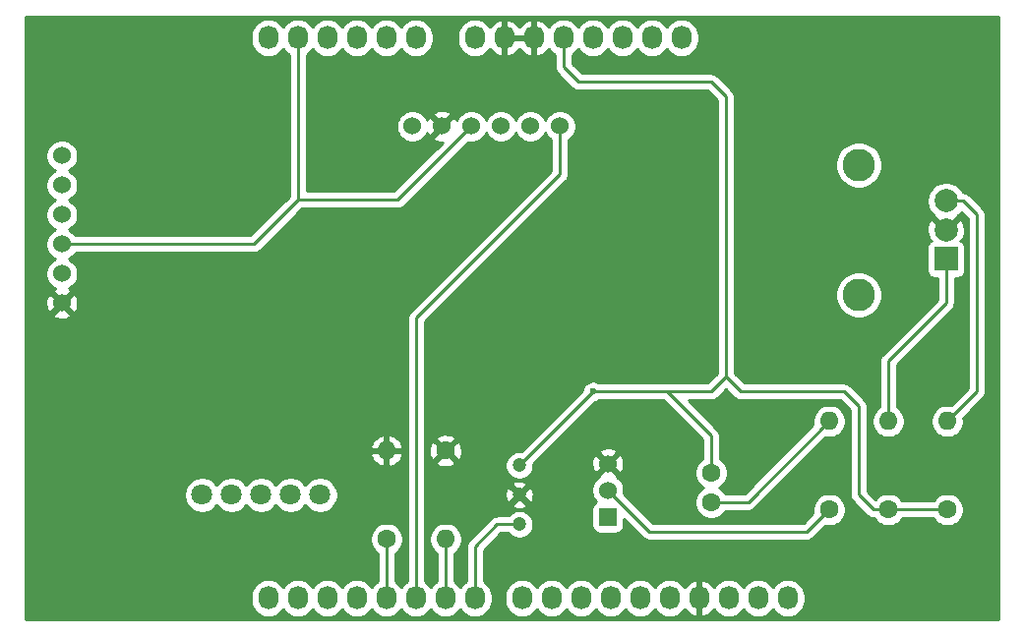
<source format=gtl>
G04 #@! TF.GenerationSoftware,KiCad,Pcbnew,(5.1.6)-1*
G04 #@! TF.CreationDate,2020-07-19T16:04:00+09:00*
G04 #@! TF.ProjectId,AutoIRShield,4175746f-4952-4536-9869-656c642e6b69,Ver1.0*
G04 #@! TF.SameCoordinates,Original*
G04 #@! TF.FileFunction,Copper,L1,Top*
G04 #@! TF.FilePolarity,Positive*
%FSLAX46Y46*%
G04 Gerber Fmt 4.6, Leading zero omitted, Abs format (unit mm)*
G04 Created by KiCad (PCBNEW (5.1.6)-1) date 2020-07-19 16:04:00*
%MOMM*%
%LPD*%
G01*
G04 APERTURE LIST*
G04 #@! TA.AperFunction,ComponentPad*
%ADD10C,1.524000*%
G04 #@! TD*
G04 #@! TA.AperFunction,ComponentPad*
%ADD11C,1.200000*%
G04 #@! TD*
G04 #@! TA.AperFunction,ComponentPad*
%ADD12R,1.524000X1.524000*%
G04 #@! TD*
G04 #@! TA.AperFunction,ComponentPad*
%ADD13C,1.600000*%
G04 #@! TD*
G04 #@! TA.AperFunction,ComponentPad*
%ADD14C,2.800000*%
G04 #@! TD*
G04 #@! TA.AperFunction,ComponentPad*
%ADD15C,2.000000*%
G04 #@! TD*
G04 #@! TA.AperFunction,ComponentPad*
%ADD16R,2.000000X2.000000*%
G04 #@! TD*
G04 #@! TA.AperFunction,ComponentPad*
%ADD17C,1.800000*%
G04 #@! TD*
G04 #@! TA.AperFunction,ComponentPad*
%ADD18O,1.600000X1.600000*%
G04 #@! TD*
G04 #@! TA.AperFunction,ComponentPad*
%ADD19O,1.727200X2.032000*%
G04 #@! TD*
G04 #@! TA.AperFunction,ViaPad*
%ADD20C,0.600000*%
G04 #@! TD*
G04 #@! TA.AperFunction,Conductor*
%ADD21C,0.250000*%
G04 #@! TD*
G04 #@! TA.AperFunction,Conductor*
%ADD22C,0.254000*%
G04 #@! TD*
G04 APERTURE END LIST*
D10*
X99568000Y-98425000D03*
X99568000Y-90805000D03*
X99568000Y-100965000D03*
X99568000Y-93345000D03*
X99568000Y-88265000D03*
X99568000Y-95885000D03*
X129728000Y-85725000D03*
X132268000Y-85725000D03*
X134808000Y-85725000D03*
X137348000Y-85725000D03*
X139888000Y-85725000D03*
X142428000Y-85725000D03*
D11*
X138938000Y-114935000D03*
X138938000Y-117475000D03*
X138938000Y-120015000D03*
D12*
X146558000Y-119380000D03*
D10*
X146558000Y-117080000D03*
X146558000Y-114780000D03*
D13*
X155448000Y-115570000D03*
X155448000Y-118110000D03*
D14*
X168158000Y-89055000D03*
D15*
X175658000Y-92155000D03*
X175658000Y-94655000D03*
D14*
X168158000Y-100255000D03*
D16*
X175658000Y-97155000D03*
D17*
X121793000Y-117475000D03*
X119253000Y-117475000D03*
X116713000Y-117475000D03*
X114173000Y-117475000D03*
X111633000Y-117475000D03*
D18*
X127508000Y-113665000D03*
D13*
X127508000Y-121285000D03*
D18*
X175768000Y-111125000D03*
D13*
X175768000Y-118745000D03*
D18*
X170688000Y-111125000D03*
D13*
X170688000Y-118745000D03*
D18*
X132588000Y-121285000D03*
D13*
X132588000Y-113665000D03*
D18*
X165608000Y-111125000D03*
D13*
X165608000Y-118745000D03*
D19*
X135128000Y-78105000D03*
X137668000Y-78105000D03*
X140208000Y-78105000D03*
X142748000Y-78105000D03*
X145288000Y-78105000D03*
X147828000Y-78105000D03*
X150368000Y-78105000D03*
X152908000Y-78105000D03*
X117348000Y-78105000D03*
X119888000Y-78105000D03*
X122428000Y-78105000D03*
X124968000Y-78105000D03*
X127508000Y-78105000D03*
X130048000Y-78105000D03*
X139192000Y-126365000D03*
X141732000Y-126365000D03*
X144272000Y-126365000D03*
X146812000Y-126365000D03*
X149352000Y-126365000D03*
X151892000Y-126365000D03*
X154432000Y-126365000D03*
X156972000Y-126365000D03*
X159512000Y-126365000D03*
X162052000Y-126365000D03*
X117348000Y-126365000D03*
X119888000Y-126365000D03*
X122428000Y-126365000D03*
X124968000Y-126365000D03*
X127508000Y-126365000D03*
X130048000Y-126365000D03*
X132588000Y-126365000D03*
X135128000Y-126365000D03*
D20*
X145288000Y-108585000D03*
D21*
X175768000Y-118745000D02*
X170688000Y-118745000D01*
X142748000Y-80645000D02*
X144018000Y-81915000D01*
X142748000Y-78105000D02*
X142748000Y-80645000D01*
X144018000Y-81915000D02*
X155448000Y-81915000D01*
X155448000Y-81915000D02*
X156718000Y-83185000D01*
X156718000Y-107315000D02*
X155448000Y-108585000D01*
X156718000Y-83185000D02*
X156718000Y-107315000D01*
X157988000Y-108585000D02*
X156718000Y-107315000D01*
X169418000Y-118745000D02*
X168148000Y-117475000D01*
X166878000Y-108585000D02*
X157988000Y-108585000D01*
X168148000Y-117475000D02*
X168148000Y-109855000D01*
X170688000Y-118745000D02*
X169418000Y-118745000D01*
X168148000Y-109855000D02*
X166878000Y-108585000D01*
X155448000Y-108585000D02*
X151638000Y-108585000D01*
X155448000Y-112395000D02*
X151638000Y-108585000D01*
X155448000Y-112395000D02*
X155448000Y-115570000D01*
X138938000Y-114935000D02*
X145288000Y-108585000D01*
X145288000Y-108585000D02*
X145288000Y-108585000D01*
X151638000Y-108585000D02*
X145288000Y-108585000D01*
X119888000Y-92075000D02*
X119888000Y-78105000D01*
X105918000Y-95885000D02*
X116078000Y-95885000D01*
X116078000Y-95885000D02*
X119888000Y-92075000D01*
X128413000Y-92075000D02*
X119888000Y-92075000D01*
X128458000Y-92075000D02*
X128413000Y-92075000D01*
X134808000Y-85725000D02*
X128458000Y-92075000D01*
X99568000Y-95885000D02*
X105918000Y-95885000D01*
X133011809Y-126365000D02*
X132588000Y-126365000D01*
X132588000Y-122555000D02*
X132588000Y-126365000D01*
X132588000Y-121285000D02*
X132588000Y-122555000D01*
X130048000Y-102235000D02*
X130048000Y-126365000D01*
X142428000Y-89855000D02*
X130048000Y-102235000D01*
X142428000Y-85725000D02*
X142428000Y-89855000D01*
X158638010Y-118094990D02*
X155448000Y-118094990D01*
X165608000Y-111125000D02*
X158638010Y-118094990D01*
X150128000Y-120650000D02*
X146558000Y-117080000D01*
X165608000Y-118745000D02*
X163703000Y-120650000D01*
X163703000Y-120650000D02*
X150128000Y-120650000D01*
X138938000Y-120015000D02*
X137033000Y-120015000D01*
X135128000Y-121920000D02*
X135128000Y-126365000D01*
X137033000Y-120015000D02*
X135128000Y-121920000D01*
X127508000Y-121285000D02*
X127508000Y-126365000D01*
X175658000Y-92155000D02*
X177118000Y-92155000D01*
X177118000Y-92155000D02*
X178308000Y-93345000D01*
X178308000Y-93345000D02*
X178308000Y-108585000D01*
X175768000Y-111125000D02*
X177038000Y-109855000D01*
X178308000Y-108585000D02*
X177038000Y-109855000D01*
X177038000Y-109855000D02*
X177183001Y-109709999D01*
X170688000Y-111125000D02*
X170688000Y-105935000D01*
X170688000Y-105935000D02*
X175658000Y-100965000D01*
X175658000Y-97155000D02*
X175658000Y-100855000D01*
D22*
G36*
X180138000Y-128195000D02*
G01*
X96468000Y-128195000D01*
X96468000Y-117323816D01*
X110098000Y-117323816D01*
X110098000Y-117626184D01*
X110156989Y-117922743D01*
X110272701Y-118202095D01*
X110440688Y-118453505D01*
X110654495Y-118667312D01*
X110905905Y-118835299D01*
X111185257Y-118951011D01*
X111481816Y-119010000D01*
X111784184Y-119010000D01*
X112080743Y-118951011D01*
X112360095Y-118835299D01*
X112611505Y-118667312D01*
X112825312Y-118453505D01*
X112903000Y-118337237D01*
X112980688Y-118453505D01*
X113194495Y-118667312D01*
X113445905Y-118835299D01*
X113725257Y-118951011D01*
X114021816Y-119010000D01*
X114324184Y-119010000D01*
X114620743Y-118951011D01*
X114900095Y-118835299D01*
X115151505Y-118667312D01*
X115365312Y-118453505D01*
X115443000Y-118337237D01*
X115520688Y-118453505D01*
X115734495Y-118667312D01*
X115985905Y-118835299D01*
X116265257Y-118951011D01*
X116561816Y-119010000D01*
X116864184Y-119010000D01*
X117160743Y-118951011D01*
X117440095Y-118835299D01*
X117691505Y-118667312D01*
X117905312Y-118453505D01*
X117983000Y-118337237D01*
X118060688Y-118453505D01*
X118274495Y-118667312D01*
X118525905Y-118835299D01*
X118805257Y-118951011D01*
X119101816Y-119010000D01*
X119404184Y-119010000D01*
X119700743Y-118951011D01*
X119980095Y-118835299D01*
X120231505Y-118667312D01*
X120445312Y-118453505D01*
X120523000Y-118337237D01*
X120600688Y-118453505D01*
X120814495Y-118667312D01*
X121065905Y-118835299D01*
X121345257Y-118951011D01*
X121641816Y-119010000D01*
X121944184Y-119010000D01*
X122240743Y-118951011D01*
X122520095Y-118835299D01*
X122771505Y-118667312D01*
X122985312Y-118453505D01*
X123153299Y-118202095D01*
X123269011Y-117922743D01*
X123328000Y-117626184D01*
X123328000Y-117323816D01*
X123269011Y-117027257D01*
X123153299Y-116747905D01*
X122985312Y-116496495D01*
X122771505Y-116282688D01*
X122520095Y-116114701D01*
X122240743Y-115998989D01*
X121944184Y-115940000D01*
X121641816Y-115940000D01*
X121345257Y-115998989D01*
X121065905Y-116114701D01*
X120814495Y-116282688D01*
X120600688Y-116496495D01*
X120523000Y-116612763D01*
X120445312Y-116496495D01*
X120231505Y-116282688D01*
X119980095Y-116114701D01*
X119700743Y-115998989D01*
X119404184Y-115940000D01*
X119101816Y-115940000D01*
X118805257Y-115998989D01*
X118525905Y-116114701D01*
X118274495Y-116282688D01*
X118060688Y-116496495D01*
X117983000Y-116612763D01*
X117905312Y-116496495D01*
X117691505Y-116282688D01*
X117440095Y-116114701D01*
X117160743Y-115998989D01*
X116864184Y-115940000D01*
X116561816Y-115940000D01*
X116265257Y-115998989D01*
X115985905Y-116114701D01*
X115734495Y-116282688D01*
X115520688Y-116496495D01*
X115443000Y-116612763D01*
X115365312Y-116496495D01*
X115151505Y-116282688D01*
X114900095Y-116114701D01*
X114620743Y-115998989D01*
X114324184Y-115940000D01*
X114021816Y-115940000D01*
X113725257Y-115998989D01*
X113445905Y-116114701D01*
X113194495Y-116282688D01*
X112980688Y-116496495D01*
X112903000Y-116612763D01*
X112825312Y-116496495D01*
X112611505Y-116282688D01*
X112360095Y-116114701D01*
X112080743Y-115998989D01*
X111784184Y-115940000D01*
X111481816Y-115940000D01*
X111185257Y-115998989D01*
X110905905Y-116114701D01*
X110654495Y-116282688D01*
X110440688Y-116496495D01*
X110272701Y-116747905D01*
X110156989Y-117027257D01*
X110098000Y-117323816D01*
X96468000Y-117323816D01*
X96468000Y-114014040D01*
X126116091Y-114014040D01*
X126210930Y-114278881D01*
X126355615Y-114520131D01*
X126544586Y-114728519D01*
X126770580Y-114896037D01*
X127024913Y-115016246D01*
X127158961Y-115056904D01*
X127381000Y-114934915D01*
X127381000Y-113792000D01*
X127635000Y-113792000D01*
X127635000Y-114934915D01*
X127857039Y-115056904D01*
X127991087Y-115016246D01*
X128245420Y-114896037D01*
X128471414Y-114728519D01*
X128660385Y-114520131D01*
X128805070Y-114278881D01*
X128899909Y-114014040D01*
X128778624Y-113792000D01*
X127635000Y-113792000D01*
X127381000Y-113792000D01*
X126237376Y-113792000D01*
X126116091Y-114014040D01*
X96468000Y-114014040D01*
X96468000Y-113315960D01*
X126116091Y-113315960D01*
X126237376Y-113538000D01*
X127381000Y-113538000D01*
X127381000Y-112395085D01*
X127635000Y-112395085D01*
X127635000Y-113538000D01*
X128778624Y-113538000D01*
X128899909Y-113315960D01*
X128805070Y-113051119D01*
X128660385Y-112809869D01*
X128471414Y-112601481D01*
X128245420Y-112433963D01*
X127991087Y-112313754D01*
X127857039Y-112273096D01*
X127635000Y-112395085D01*
X127381000Y-112395085D01*
X127158961Y-112273096D01*
X127024913Y-112313754D01*
X126770580Y-112433963D01*
X126544586Y-112601481D01*
X126355615Y-112809869D01*
X126210930Y-113051119D01*
X126116091Y-113315960D01*
X96468000Y-113315960D01*
X96468000Y-101930565D01*
X98782040Y-101930565D01*
X98849020Y-102170656D01*
X99098048Y-102287756D01*
X99365135Y-102354023D01*
X99640017Y-102366910D01*
X99912133Y-102325922D01*
X100171023Y-102232636D01*
X100286980Y-102170656D01*
X100353960Y-101930565D01*
X99568000Y-101144605D01*
X98782040Y-101930565D01*
X96468000Y-101930565D01*
X96468000Y-101037017D01*
X98166090Y-101037017D01*
X98207078Y-101309133D01*
X98300364Y-101568023D01*
X98362344Y-101683980D01*
X98602435Y-101750960D01*
X99388395Y-100965000D01*
X99747605Y-100965000D01*
X100533565Y-101750960D01*
X100773656Y-101683980D01*
X100890756Y-101434952D01*
X100957023Y-101167865D01*
X100969910Y-100892983D01*
X100928922Y-100620867D01*
X100835636Y-100361977D01*
X100773656Y-100246020D01*
X100533565Y-100179040D01*
X99747605Y-100965000D01*
X99388395Y-100965000D01*
X98602435Y-100179040D01*
X98362344Y-100246020D01*
X98245244Y-100495048D01*
X98178977Y-100762135D01*
X98166090Y-101037017D01*
X96468000Y-101037017D01*
X96468000Y-88127408D01*
X98171000Y-88127408D01*
X98171000Y-88402592D01*
X98224686Y-88672490D01*
X98329995Y-88926727D01*
X98482880Y-89155535D01*
X98677465Y-89350120D01*
X98906273Y-89503005D01*
X98983515Y-89535000D01*
X98906273Y-89566995D01*
X98677465Y-89719880D01*
X98482880Y-89914465D01*
X98329995Y-90143273D01*
X98224686Y-90397510D01*
X98171000Y-90667408D01*
X98171000Y-90942592D01*
X98224686Y-91212490D01*
X98329995Y-91466727D01*
X98482880Y-91695535D01*
X98677465Y-91890120D01*
X98906273Y-92043005D01*
X98983515Y-92075000D01*
X98906273Y-92106995D01*
X98677465Y-92259880D01*
X98482880Y-92454465D01*
X98329995Y-92683273D01*
X98224686Y-92937510D01*
X98171000Y-93207408D01*
X98171000Y-93482592D01*
X98224686Y-93752490D01*
X98329995Y-94006727D01*
X98482880Y-94235535D01*
X98677465Y-94430120D01*
X98906273Y-94583005D01*
X98983515Y-94615000D01*
X98906273Y-94646995D01*
X98677465Y-94799880D01*
X98482880Y-94994465D01*
X98329995Y-95223273D01*
X98224686Y-95477510D01*
X98171000Y-95747408D01*
X98171000Y-96022592D01*
X98224686Y-96292490D01*
X98329995Y-96546727D01*
X98482880Y-96775535D01*
X98677465Y-96970120D01*
X98906273Y-97123005D01*
X98983515Y-97155000D01*
X98906273Y-97186995D01*
X98677465Y-97339880D01*
X98482880Y-97534465D01*
X98329995Y-97763273D01*
X98224686Y-98017510D01*
X98171000Y-98287408D01*
X98171000Y-98562592D01*
X98224686Y-98832490D01*
X98329995Y-99086727D01*
X98482880Y-99315535D01*
X98677465Y-99510120D01*
X98906273Y-99663005D01*
X98977943Y-99692692D01*
X98964977Y-99697364D01*
X98849020Y-99759344D01*
X98782040Y-99999435D01*
X99568000Y-100785395D01*
X100353960Y-99999435D01*
X100286980Y-99759344D01*
X100151240Y-99695515D01*
X100229727Y-99663005D01*
X100458535Y-99510120D01*
X100653120Y-99315535D01*
X100806005Y-99086727D01*
X100911314Y-98832490D01*
X100965000Y-98562592D01*
X100965000Y-98287408D01*
X100911314Y-98017510D01*
X100806005Y-97763273D01*
X100653120Y-97534465D01*
X100458535Y-97339880D01*
X100229727Y-97186995D01*
X100152485Y-97155000D01*
X100229727Y-97123005D01*
X100458535Y-96970120D01*
X100653120Y-96775535D01*
X100740341Y-96645000D01*
X116040678Y-96645000D01*
X116078000Y-96648676D01*
X116115322Y-96645000D01*
X116115333Y-96645000D01*
X116226986Y-96634003D01*
X116370247Y-96590546D01*
X116502276Y-96519974D01*
X116618001Y-96425001D01*
X116641804Y-96395997D01*
X120202802Y-92835000D01*
X128420678Y-92835000D01*
X128458000Y-92838676D01*
X128495322Y-92835000D01*
X128495333Y-92835000D01*
X128606986Y-92824003D01*
X128750247Y-92780546D01*
X128882276Y-92709974D01*
X128998001Y-92615001D01*
X129021804Y-92585997D01*
X134516430Y-87091372D01*
X134670408Y-87122000D01*
X134945592Y-87122000D01*
X135215490Y-87068314D01*
X135469727Y-86963005D01*
X135698535Y-86810120D01*
X135893120Y-86615535D01*
X136046005Y-86386727D01*
X136078000Y-86309485D01*
X136109995Y-86386727D01*
X136262880Y-86615535D01*
X136457465Y-86810120D01*
X136686273Y-86963005D01*
X136940510Y-87068314D01*
X137210408Y-87122000D01*
X137485592Y-87122000D01*
X137755490Y-87068314D01*
X138009727Y-86963005D01*
X138238535Y-86810120D01*
X138433120Y-86615535D01*
X138586005Y-86386727D01*
X138618000Y-86309485D01*
X138649995Y-86386727D01*
X138802880Y-86615535D01*
X138997465Y-86810120D01*
X139226273Y-86963005D01*
X139480510Y-87068314D01*
X139750408Y-87122000D01*
X140025592Y-87122000D01*
X140295490Y-87068314D01*
X140549727Y-86963005D01*
X140778535Y-86810120D01*
X140973120Y-86615535D01*
X141126005Y-86386727D01*
X141158000Y-86309485D01*
X141189995Y-86386727D01*
X141342880Y-86615535D01*
X141537465Y-86810120D01*
X141668000Y-86897341D01*
X141668001Y-89540197D01*
X129537003Y-101671196D01*
X129507999Y-101694999D01*
X129452871Y-101762174D01*
X129413026Y-101810724D01*
X129399683Y-101835687D01*
X129342454Y-101942754D01*
X129298997Y-102086015D01*
X129288000Y-102197668D01*
X129288000Y-102197678D01*
X129284324Y-102235000D01*
X129288000Y-102272322D01*
X129288001Y-124919584D01*
X129211395Y-124960531D01*
X128983203Y-125147803D01*
X128795931Y-125375994D01*
X128778000Y-125409541D01*
X128760069Y-125375994D01*
X128572797Y-125147803D01*
X128344606Y-124960531D01*
X128268000Y-124919584D01*
X128268000Y-122503043D01*
X128422759Y-122399637D01*
X128622637Y-122199759D01*
X128779680Y-121964727D01*
X128887853Y-121703574D01*
X128943000Y-121426335D01*
X128943000Y-121143665D01*
X128887853Y-120866426D01*
X128779680Y-120605273D01*
X128622637Y-120370241D01*
X128422759Y-120170363D01*
X128187727Y-120013320D01*
X127926574Y-119905147D01*
X127649335Y-119850000D01*
X127366665Y-119850000D01*
X127089426Y-119905147D01*
X126828273Y-120013320D01*
X126593241Y-120170363D01*
X126393363Y-120370241D01*
X126236320Y-120605273D01*
X126128147Y-120866426D01*
X126073000Y-121143665D01*
X126073000Y-121426335D01*
X126128147Y-121703574D01*
X126236320Y-121964727D01*
X126393363Y-122199759D01*
X126593241Y-122399637D01*
X126748000Y-122503044D01*
X126748001Y-124919584D01*
X126671395Y-124960531D01*
X126443203Y-125147803D01*
X126255931Y-125375994D01*
X126238000Y-125409541D01*
X126220069Y-125375994D01*
X126032797Y-125147803D01*
X125804606Y-124960531D01*
X125544264Y-124821375D01*
X125261777Y-124735684D01*
X124968000Y-124706749D01*
X124674224Y-124735684D01*
X124391737Y-124821375D01*
X124131395Y-124960531D01*
X123903203Y-125147803D01*
X123715931Y-125375994D01*
X123698000Y-125409541D01*
X123680069Y-125375994D01*
X123492797Y-125147803D01*
X123264606Y-124960531D01*
X123004264Y-124821375D01*
X122721777Y-124735684D01*
X122428000Y-124706749D01*
X122134224Y-124735684D01*
X121851737Y-124821375D01*
X121591395Y-124960531D01*
X121363203Y-125147803D01*
X121175931Y-125375994D01*
X121158000Y-125409541D01*
X121140069Y-125375994D01*
X120952797Y-125147803D01*
X120724606Y-124960531D01*
X120464264Y-124821375D01*
X120181777Y-124735684D01*
X119888000Y-124706749D01*
X119594224Y-124735684D01*
X119311737Y-124821375D01*
X119051395Y-124960531D01*
X118823203Y-125147803D01*
X118635931Y-125375994D01*
X118618000Y-125409541D01*
X118600069Y-125375994D01*
X118412797Y-125147803D01*
X118184606Y-124960531D01*
X117924264Y-124821375D01*
X117641777Y-124735684D01*
X117348000Y-124706749D01*
X117054224Y-124735684D01*
X116771737Y-124821375D01*
X116511395Y-124960531D01*
X116283203Y-125147803D01*
X116095931Y-125375994D01*
X115956775Y-125636336D01*
X115871084Y-125918823D01*
X115849400Y-126138981D01*
X115849400Y-126591018D01*
X115871084Y-126811176D01*
X115956775Y-127093663D01*
X116095931Y-127354005D01*
X116283203Y-127582197D01*
X116511394Y-127769469D01*
X116771736Y-127908625D01*
X117054223Y-127994316D01*
X117348000Y-128023251D01*
X117641776Y-127994316D01*
X117924263Y-127908625D01*
X118184605Y-127769469D01*
X118412797Y-127582197D01*
X118600069Y-127354006D01*
X118618000Y-127320459D01*
X118635931Y-127354005D01*
X118823203Y-127582197D01*
X119051394Y-127769469D01*
X119311736Y-127908625D01*
X119594223Y-127994316D01*
X119888000Y-128023251D01*
X120181776Y-127994316D01*
X120464263Y-127908625D01*
X120724605Y-127769469D01*
X120952797Y-127582197D01*
X121140069Y-127354006D01*
X121158000Y-127320459D01*
X121175931Y-127354005D01*
X121363203Y-127582197D01*
X121591394Y-127769469D01*
X121851736Y-127908625D01*
X122134223Y-127994316D01*
X122428000Y-128023251D01*
X122721776Y-127994316D01*
X123004263Y-127908625D01*
X123264605Y-127769469D01*
X123492797Y-127582197D01*
X123680069Y-127354006D01*
X123698000Y-127320459D01*
X123715931Y-127354005D01*
X123903203Y-127582197D01*
X124131394Y-127769469D01*
X124391736Y-127908625D01*
X124674223Y-127994316D01*
X124968000Y-128023251D01*
X125261776Y-127994316D01*
X125544263Y-127908625D01*
X125804605Y-127769469D01*
X126032797Y-127582197D01*
X126220069Y-127354006D01*
X126238000Y-127320459D01*
X126255931Y-127354005D01*
X126443203Y-127582197D01*
X126671394Y-127769469D01*
X126931736Y-127908625D01*
X127214223Y-127994316D01*
X127508000Y-128023251D01*
X127801776Y-127994316D01*
X128084263Y-127908625D01*
X128344605Y-127769469D01*
X128572797Y-127582197D01*
X128760069Y-127354006D01*
X128778000Y-127320459D01*
X128795931Y-127354005D01*
X128983203Y-127582197D01*
X129211394Y-127769469D01*
X129471736Y-127908625D01*
X129754223Y-127994316D01*
X130048000Y-128023251D01*
X130341776Y-127994316D01*
X130624263Y-127908625D01*
X130884605Y-127769469D01*
X131112797Y-127582197D01*
X131300069Y-127354006D01*
X131318000Y-127320459D01*
X131335931Y-127354005D01*
X131523203Y-127582197D01*
X131751394Y-127769469D01*
X132011736Y-127908625D01*
X132294223Y-127994316D01*
X132588000Y-128023251D01*
X132881776Y-127994316D01*
X133164263Y-127908625D01*
X133424605Y-127769469D01*
X133652797Y-127582197D01*
X133840069Y-127354006D01*
X133858000Y-127320459D01*
X133875931Y-127354005D01*
X134063203Y-127582197D01*
X134291394Y-127769469D01*
X134551736Y-127908625D01*
X134834223Y-127994316D01*
X135128000Y-128023251D01*
X135421776Y-127994316D01*
X135704263Y-127908625D01*
X135964605Y-127769469D01*
X136192797Y-127582197D01*
X136380069Y-127354006D01*
X136519225Y-127093664D01*
X136604916Y-126811177D01*
X136626600Y-126591019D01*
X136626600Y-126138982D01*
X136626600Y-126138981D01*
X137693400Y-126138981D01*
X137693400Y-126591018D01*
X137715084Y-126811176D01*
X137800775Y-127093663D01*
X137939931Y-127354005D01*
X138127203Y-127582197D01*
X138355394Y-127769469D01*
X138615736Y-127908625D01*
X138898223Y-127994316D01*
X139192000Y-128023251D01*
X139485776Y-127994316D01*
X139768263Y-127908625D01*
X140028605Y-127769469D01*
X140256797Y-127582197D01*
X140444069Y-127354006D01*
X140462000Y-127320459D01*
X140479931Y-127354005D01*
X140667203Y-127582197D01*
X140895394Y-127769469D01*
X141155736Y-127908625D01*
X141438223Y-127994316D01*
X141732000Y-128023251D01*
X142025776Y-127994316D01*
X142308263Y-127908625D01*
X142568605Y-127769469D01*
X142796797Y-127582197D01*
X142984069Y-127354006D01*
X143002000Y-127320459D01*
X143019931Y-127354005D01*
X143207203Y-127582197D01*
X143435394Y-127769469D01*
X143695736Y-127908625D01*
X143978223Y-127994316D01*
X144272000Y-128023251D01*
X144565776Y-127994316D01*
X144848263Y-127908625D01*
X145108605Y-127769469D01*
X145336797Y-127582197D01*
X145524069Y-127354006D01*
X145542000Y-127320459D01*
X145559931Y-127354005D01*
X145747203Y-127582197D01*
X145975394Y-127769469D01*
X146235736Y-127908625D01*
X146518223Y-127994316D01*
X146812000Y-128023251D01*
X147105776Y-127994316D01*
X147388263Y-127908625D01*
X147648605Y-127769469D01*
X147876797Y-127582197D01*
X148064069Y-127354006D01*
X148082000Y-127320459D01*
X148099931Y-127354005D01*
X148287203Y-127582197D01*
X148515394Y-127769469D01*
X148775736Y-127908625D01*
X149058223Y-127994316D01*
X149352000Y-128023251D01*
X149645776Y-127994316D01*
X149928263Y-127908625D01*
X150188605Y-127769469D01*
X150416797Y-127582197D01*
X150604069Y-127354006D01*
X150622000Y-127320459D01*
X150639931Y-127354005D01*
X150827203Y-127582197D01*
X151055394Y-127769469D01*
X151315736Y-127908625D01*
X151598223Y-127994316D01*
X151892000Y-128023251D01*
X152185776Y-127994316D01*
X152468263Y-127908625D01*
X152728605Y-127769469D01*
X152956797Y-127582197D01*
X153144069Y-127354006D01*
X153165424Y-127314053D01*
X153313514Y-127516729D01*
X153529965Y-127715733D01*
X153781081Y-127868686D01*
X154057211Y-127969709D01*
X154072974Y-127972358D01*
X154305000Y-127851217D01*
X154305000Y-126492000D01*
X154285000Y-126492000D01*
X154285000Y-126238000D01*
X154305000Y-126238000D01*
X154305000Y-124878783D01*
X154559000Y-124878783D01*
X154559000Y-126238000D01*
X154579000Y-126238000D01*
X154579000Y-126492000D01*
X154559000Y-126492000D01*
X154559000Y-127851217D01*
X154791026Y-127972358D01*
X154806789Y-127969709D01*
X155082919Y-127868686D01*
X155334035Y-127715733D01*
X155550486Y-127516729D01*
X155698576Y-127314053D01*
X155719931Y-127354005D01*
X155907203Y-127582197D01*
X156135394Y-127769469D01*
X156395736Y-127908625D01*
X156678223Y-127994316D01*
X156972000Y-128023251D01*
X157265776Y-127994316D01*
X157548263Y-127908625D01*
X157808605Y-127769469D01*
X158036797Y-127582197D01*
X158224069Y-127354006D01*
X158242000Y-127320459D01*
X158259931Y-127354005D01*
X158447203Y-127582197D01*
X158675394Y-127769469D01*
X158935736Y-127908625D01*
X159218223Y-127994316D01*
X159512000Y-128023251D01*
X159805776Y-127994316D01*
X160088263Y-127908625D01*
X160348605Y-127769469D01*
X160576797Y-127582197D01*
X160764069Y-127354006D01*
X160782000Y-127320459D01*
X160799931Y-127354005D01*
X160987203Y-127582197D01*
X161215394Y-127769469D01*
X161475736Y-127908625D01*
X161758223Y-127994316D01*
X162052000Y-128023251D01*
X162345776Y-127994316D01*
X162628263Y-127908625D01*
X162888605Y-127769469D01*
X163116797Y-127582197D01*
X163304069Y-127354006D01*
X163443225Y-127093664D01*
X163528916Y-126811177D01*
X163550600Y-126591019D01*
X163550600Y-126138982D01*
X163528916Y-125918824D01*
X163443225Y-125636337D01*
X163304069Y-125375994D01*
X163116797Y-125147803D01*
X162888606Y-124960531D01*
X162628264Y-124821375D01*
X162345777Y-124735684D01*
X162052000Y-124706749D01*
X161758224Y-124735684D01*
X161475737Y-124821375D01*
X161215395Y-124960531D01*
X160987203Y-125147803D01*
X160799931Y-125375994D01*
X160782000Y-125409541D01*
X160764069Y-125375994D01*
X160576797Y-125147803D01*
X160348606Y-124960531D01*
X160088264Y-124821375D01*
X159805777Y-124735684D01*
X159512000Y-124706749D01*
X159218224Y-124735684D01*
X158935737Y-124821375D01*
X158675395Y-124960531D01*
X158447203Y-125147803D01*
X158259931Y-125375994D01*
X158242000Y-125409541D01*
X158224069Y-125375994D01*
X158036797Y-125147803D01*
X157808606Y-124960531D01*
X157548264Y-124821375D01*
X157265777Y-124735684D01*
X156972000Y-124706749D01*
X156678224Y-124735684D01*
X156395737Y-124821375D01*
X156135395Y-124960531D01*
X155907203Y-125147803D01*
X155719931Y-125375994D01*
X155698576Y-125415947D01*
X155550486Y-125213271D01*
X155334035Y-125014267D01*
X155082919Y-124861314D01*
X154806789Y-124760291D01*
X154791026Y-124757642D01*
X154559000Y-124878783D01*
X154305000Y-124878783D01*
X154072974Y-124757642D01*
X154057211Y-124760291D01*
X153781081Y-124861314D01*
X153529965Y-125014267D01*
X153313514Y-125213271D01*
X153165424Y-125415947D01*
X153144069Y-125375994D01*
X152956797Y-125147803D01*
X152728606Y-124960531D01*
X152468264Y-124821375D01*
X152185777Y-124735684D01*
X151892000Y-124706749D01*
X151598224Y-124735684D01*
X151315737Y-124821375D01*
X151055395Y-124960531D01*
X150827203Y-125147803D01*
X150639931Y-125375994D01*
X150622000Y-125409541D01*
X150604069Y-125375994D01*
X150416797Y-125147803D01*
X150188606Y-124960531D01*
X149928264Y-124821375D01*
X149645777Y-124735684D01*
X149352000Y-124706749D01*
X149058224Y-124735684D01*
X148775737Y-124821375D01*
X148515395Y-124960531D01*
X148287203Y-125147803D01*
X148099931Y-125375994D01*
X148082000Y-125409541D01*
X148064069Y-125375994D01*
X147876797Y-125147803D01*
X147648606Y-124960531D01*
X147388264Y-124821375D01*
X147105777Y-124735684D01*
X146812000Y-124706749D01*
X146518224Y-124735684D01*
X146235737Y-124821375D01*
X145975395Y-124960531D01*
X145747203Y-125147803D01*
X145559931Y-125375994D01*
X145542000Y-125409541D01*
X145524069Y-125375994D01*
X145336797Y-125147803D01*
X145108606Y-124960531D01*
X144848264Y-124821375D01*
X144565777Y-124735684D01*
X144272000Y-124706749D01*
X143978224Y-124735684D01*
X143695737Y-124821375D01*
X143435395Y-124960531D01*
X143207203Y-125147803D01*
X143019931Y-125375994D01*
X143002000Y-125409541D01*
X142984069Y-125375994D01*
X142796797Y-125147803D01*
X142568606Y-124960531D01*
X142308264Y-124821375D01*
X142025777Y-124735684D01*
X141732000Y-124706749D01*
X141438224Y-124735684D01*
X141155737Y-124821375D01*
X140895395Y-124960531D01*
X140667203Y-125147803D01*
X140479931Y-125375994D01*
X140462000Y-125409541D01*
X140444069Y-125375994D01*
X140256797Y-125147803D01*
X140028606Y-124960531D01*
X139768264Y-124821375D01*
X139485777Y-124735684D01*
X139192000Y-124706749D01*
X138898224Y-124735684D01*
X138615737Y-124821375D01*
X138355395Y-124960531D01*
X138127203Y-125147803D01*
X137939931Y-125375994D01*
X137800775Y-125636336D01*
X137715084Y-125918823D01*
X137693400Y-126138981D01*
X136626600Y-126138981D01*
X136604916Y-125918824D01*
X136519225Y-125636337D01*
X136380069Y-125375994D01*
X136192797Y-125147803D01*
X135964606Y-124960531D01*
X135888000Y-124919584D01*
X135888000Y-122234801D01*
X137347802Y-120775000D01*
X137960494Y-120775000D01*
X137978713Y-120802267D01*
X138150733Y-120974287D01*
X138353008Y-121109443D01*
X138577764Y-121202540D01*
X138816363Y-121250000D01*
X139059637Y-121250000D01*
X139298236Y-121202540D01*
X139522992Y-121109443D01*
X139725267Y-120974287D01*
X139897287Y-120802267D01*
X140032443Y-120599992D01*
X140125540Y-120375236D01*
X140173000Y-120136637D01*
X140173000Y-119893363D01*
X140125540Y-119654764D01*
X140032443Y-119430008D01*
X139897287Y-119227733D01*
X139725267Y-119055713D01*
X139522992Y-118920557D01*
X139298236Y-118827460D01*
X139059637Y-118780000D01*
X138816363Y-118780000D01*
X138577764Y-118827460D01*
X138353008Y-118920557D01*
X138150733Y-119055713D01*
X137978713Y-119227733D01*
X137960494Y-119255000D01*
X137070323Y-119255000D01*
X137033000Y-119251324D01*
X136995677Y-119255000D01*
X136995667Y-119255000D01*
X136884014Y-119265997D01*
X136740753Y-119309454D01*
X136608724Y-119380026D01*
X136492999Y-119474999D01*
X136469201Y-119503997D01*
X134617003Y-121356196D01*
X134587999Y-121379999D01*
X134532871Y-121447174D01*
X134493026Y-121495724D01*
X134422455Y-121627753D01*
X134422454Y-121627754D01*
X134378997Y-121771015D01*
X134368000Y-121882668D01*
X134368000Y-121882678D01*
X134364324Y-121920000D01*
X134368000Y-121957323D01*
X134368001Y-124919584D01*
X134291395Y-124960531D01*
X134063203Y-125147803D01*
X133875931Y-125375994D01*
X133858000Y-125409541D01*
X133840069Y-125375994D01*
X133652797Y-125147803D01*
X133424606Y-124960531D01*
X133348000Y-124919584D01*
X133348000Y-122503043D01*
X133502759Y-122399637D01*
X133702637Y-122199759D01*
X133859680Y-121964727D01*
X133967853Y-121703574D01*
X134023000Y-121426335D01*
X134023000Y-121143665D01*
X133967853Y-120866426D01*
X133859680Y-120605273D01*
X133702637Y-120370241D01*
X133502759Y-120170363D01*
X133267727Y-120013320D01*
X133006574Y-119905147D01*
X132729335Y-119850000D01*
X132446665Y-119850000D01*
X132169426Y-119905147D01*
X131908273Y-120013320D01*
X131673241Y-120170363D01*
X131473363Y-120370241D01*
X131316320Y-120605273D01*
X131208147Y-120866426D01*
X131153000Y-121143665D01*
X131153000Y-121426335D01*
X131208147Y-121703574D01*
X131316320Y-121964727D01*
X131473363Y-122199759D01*
X131673241Y-122399637D01*
X131828001Y-122503044D01*
X131828001Y-122517658D01*
X131828000Y-122517668D01*
X131828001Y-124919584D01*
X131751395Y-124960531D01*
X131523203Y-125147803D01*
X131335931Y-125375994D01*
X131318000Y-125409541D01*
X131300069Y-125375994D01*
X131112797Y-125147803D01*
X130884606Y-124960531D01*
X130808000Y-124919584D01*
X130808000Y-118324764D01*
X138267841Y-118324764D01*
X138315148Y-118548348D01*
X138536516Y-118649237D01*
X138773313Y-118705000D01*
X139016438Y-118713495D01*
X139256549Y-118674395D01*
X139407390Y-118618000D01*
X145157928Y-118618000D01*
X145157928Y-120142000D01*
X145170188Y-120266482D01*
X145206498Y-120386180D01*
X145265463Y-120496494D01*
X145344815Y-120593185D01*
X145441506Y-120672537D01*
X145551820Y-120731502D01*
X145671518Y-120767812D01*
X145796000Y-120780072D01*
X147320000Y-120780072D01*
X147444482Y-120767812D01*
X147564180Y-120731502D01*
X147674494Y-120672537D01*
X147771185Y-120593185D01*
X147850537Y-120496494D01*
X147909502Y-120386180D01*
X147945812Y-120266482D01*
X147958072Y-120142000D01*
X147958072Y-119554874D01*
X149564205Y-121161008D01*
X149587999Y-121190001D01*
X149616992Y-121213795D01*
X149616996Y-121213799D01*
X149658265Y-121247667D01*
X149703724Y-121284974D01*
X149835753Y-121355546D01*
X149979014Y-121399003D01*
X150090667Y-121410000D01*
X150090676Y-121410000D01*
X150127999Y-121413676D01*
X150165322Y-121410000D01*
X163665678Y-121410000D01*
X163703000Y-121413676D01*
X163740322Y-121410000D01*
X163740333Y-121410000D01*
X163851986Y-121399003D01*
X163995247Y-121355546D01*
X164127276Y-121284974D01*
X164243001Y-121190001D01*
X164266804Y-121160997D01*
X165284114Y-120143688D01*
X165466665Y-120180000D01*
X165749335Y-120180000D01*
X166026574Y-120124853D01*
X166287727Y-120016680D01*
X166522759Y-119859637D01*
X166722637Y-119659759D01*
X166879680Y-119424727D01*
X166987853Y-119163574D01*
X167043000Y-118886335D01*
X167043000Y-118603665D01*
X166987853Y-118326426D01*
X166879680Y-118065273D01*
X166722637Y-117830241D01*
X166522759Y-117630363D01*
X166287727Y-117473320D01*
X166026574Y-117365147D01*
X165749335Y-117310000D01*
X165466665Y-117310000D01*
X165189426Y-117365147D01*
X164928273Y-117473320D01*
X164693241Y-117630363D01*
X164493363Y-117830241D01*
X164336320Y-118065273D01*
X164228147Y-118326426D01*
X164173000Y-118603665D01*
X164173000Y-118886335D01*
X164209312Y-119068886D01*
X163388199Y-119890000D01*
X150442803Y-119890000D01*
X147924372Y-117371570D01*
X147955000Y-117217592D01*
X147955000Y-116942408D01*
X147901314Y-116672510D01*
X147796005Y-116418273D01*
X147643120Y-116189465D01*
X147448535Y-115994880D01*
X147301766Y-115896812D01*
X147343960Y-115745565D01*
X146558000Y-114959605D01*
X145772040Y-115745565D01*
X145814234Y-115896812D01*
X145667465Y-115994880D01*
X145472880Y-116189465D01*
X145319995Y-116418273D01*
X145214686Y-116672510D01*
X145161000Y-116942408D01*
X145161000Y-117217592D01*
X145214686Y-117487490D01*
X145319995Y-117741727D01*
X145472880Y-117970535D01*
X145538150Y-118035805D01*
X145441506Y-118087463D01*
X145344815Y-118166815D01*
X145265463Y-118263506D01*
X145206498Y-118373820D01*
X145170188Y-118493518D01*
X145157928Y-118618000D01*
X139407390Y-118618000D01*
X139484418Y-118589202D01*
X139560852Y-118548348D01*
X139608159Y-118324764D01*
X138938000Y-117654605D01*
X138267841Y-118324764D01*
X130808000Y-118324764D01*
X130808000Y-117553438D01*
X137699505Y-117553438D01*
X137738605Y-117793549D01*
X137823798Y-118021418D01*
X137864652Y-118097852D01*
X138088236Y-118145159D01*
X138758395Y-117475000D01*
X139117605Y-117475000D01*
X139787764Y-118145159D01*
X140011348Y-118097852D01*
X140112237Y-117876484D01*
X140168000Y-117639687D01*
X140176495Y-117396562D01*
X140137395Y-117156451D01*
X140052202Y-116928582D01*
X140011348Y-116852148D01*
X139787764Y-116804841D01*
X139117605Y-117475000D01*
X138758395Y-117475000D01*
X138088236Y-116804841D01*
X137864652Y-116852148D01*
X137763763Y-117073516D01*
X137708000Y-117310313D01*
X137699505Y-117553438D01*
X130808000Y-117553438D01*
X130808000Y-116625236D01*
X138267841Y-116625236D01*
X138938000Y-117295395D01*
X139608159Y-116625236D01*
X139560852Y-116401652D01*
X139339484Y-116300763D01*
X139102687Y-116245000D01*
X138859562Y-116236505D01*
X138619451Y-116275605D01*
X138391582Y-116360798D01*
X138315148Y-116401652D01*
X138267841Y-116625236D01*
X130808000Y-116625236D01*
X130808000Y-114657702D01*
X131774903Y-114657702D01*
X131846486Y-114901671D01*
X132101996Y-115022571D01*
X132376184Y-115091300D01*
X132658512Y-115105217D01*
X132938130Y-115063787D01*
X133204292Y-114968603D01*
X133329514Y-114901671D01*
X133355424Y-114813363D01*
X137703000Y-114813363D01*
X137703000Y-115056637D01*
X137750460Y-115295236D01*
X137843557Y-115519992D01*
X137978713Y-115722267D01*
X138150733Y-115894287D01*
X138353008Y-116029443D01*
X138577764Y-116122540D01*
X138816363Y-116170000D01*
X139059637Y-116170000D01*
X139298236Y-116122540D01*
X139522992Y-116029443D01*
X139725267Y-115894287D01*
X139897287Y-115722267D01*
X140032443Y-115519992D01*
X140125540Y-115295236D01*
X140173000Y-115056637D01*
X140173000Y-114852017D01*
X145156090Y-114852017D01*
X145197078Y-115124133D01*
X145290364Y-115383023D01*
X145352344Y-115498980D01*
X145592435Y-115565960D01*
X146378395Y-114780000D01*
X146737605Y-114780000D01*
X147523565Y-115565960D01*
X147763656Y-115498980D01*
X147880756Y-115249952D01*
X147947023Y-114982865D01*
X147959910Y-114707983D01*
X147918922Y-114435867D01*
X147825636Y-114176977D01*
X147763656Y-114061020D01*
X147523565Y-113994040D01*
X146737605Y-114780000D01*
X146378395Y-114780000D01*
X145592435Y-113994040D01*
X145352344Y-114061020D01*
X145235244Y-114310048D01*
X145168977Y-114577135D01*
X145156090Y-114852017D01*
X140173000Y-114852017D01*
X140173000Y-114813363D01*
X140166602Y-114781199D01*
X141133366Y-113814435D01*
X145772040Y-113814435D01*
X146558000Y-114600395D01*
X147343960Y-113814435D01*
X147276980Y-113574344D01*
X147027952Y-113457244D01*
X146760865Y-113390977D01*
X146485983Y-113378090D01*
X146213867Y-113419078D01*
X145954977Y-113512364D01*
X145839020Y-113574344D01*
X145772040Y-113814435D01*
X141133366Y-113814435D01*
X145439649Y-109508153D01*
X145560729Y-109484068D01*
X145730889Y-109413586D01*
X145833535Y-109345000D01*
X151323199Y-109345000D01*
X154688000Y-112709802D01*
X154688001Y-114351956D01*
X154533241Y-114455363D01*
X154333363Y-114655241D01*
X154176320Y-114890273D01*
X154068147Y-115151426D01*
X154013000Y-115428665D01*
X154013000Y-115711335D01*
X154068147Y-115988574D01*
X154176320Y-116249727D01*
X154333363Y-116484759D01*
X154533241Y-116684637D01*
X154765759Y-116840000D01*
X154533241Y-116995363D01*
X154333363Y-117195241D01*
X154176320Y-117430273D01*
X154068147Y-117691426D01*
X154013000Y-117968665D01*
X154013000Y-118251335D01*
X154068147Y-118528574D01*
X154176320Y-118789727D01*
X154333363Y-119024759D01*
X154533241Y-119224637D01*
X154768273Y-119381680D01*
X155029426Y-119489853D01*
X155306665Y-119545000D01*
X155589335Y-119545000D01*
X155866574Y-119489853D01*
X156127727Y-119381680D01*
X156362759Y-119224637D01*
X156562637Y-119024759D01*
X156676073Y-118854990D01*
X158600688Y-118854990D01*
X158638010Y-118858666D01*
X158675332Y-118854990D01*
X158675343Y-118854990D01*
X158786996Y-118843993D01*
X158930257Y-118800536D01*
X159062286Y-118729964D01*
X159178011Y-118634991D01*
X159201814Y-118605987D01*
X165284115Y-112523688D01*
X165466665Y-112560000D01*
X165749335Y-112560000D01*
X166026574Y-112504853D01*
X166287727Y-112396680D01*
X166522759Y-112239637D01*
X166722637Y-112039759D01*
X166879680Y-111804727D01*
X166987853Y-111543574D01*
X167043000Y-111266335D01*
X167043000Y-110983665D01*
X166987853Y-110706426D01*
X166879680Y-110445273D01*
X166722637Y-110210241D01*
X166522759Y-110010363D01*
X166287727Y-109853320D01*
X166026574Y-109745147D01*
X165749335Y-109690000D01*
X165466665Y-109690000D01*
X165189426Y-109745147D01*
X164928273Y-109853320D01*
X164693241Y-110010363D01*
X164493363Y-110210241D01*
X164336320Y-110445273D01*
X164228147Y-110706426D01*
X164173000Y-110983665D01*
X164173000Y-111266335D01*
X164209312Y-111448885D01*
X158323209Y-117334990D01*
X156656014Y-117334990D01*
X156562637Y-117195241D01*
X156362759Y-116995363D01*
X156130241Y-116840000D01*
X156362759Y-116684637D01*
X156562637Y-116484759D01*
X156719680Y-116249727D01*
X156827853Y-115988574D01*
X156883000Y-115711335D01*
X156883000Y-115428665D01*
X156827853Y-115151426D01*
X156719680Y-114890273D01*
X156562637Y-114655241D01*
X156362759Y-114455363D01*
X156208000Y-114351957D01*
X156208000Y-112432325D01*
X156211676Y-112395000D01*
X156208000Y-112357675D01*
X156208000Y-112357667D01*
X156197003Y-112246014D01*
X156153546Y-112102753D01*
X156082974Y-111970724D01*
X155988001Y-111854999D01*
X155959004Y-111831202D01*
X153472801Y-109345000D01*
X155410678Y-109345000D01*
X155448000Y-109348676D01*
X155485322Y-109345000D01*
X155485333Y-109345000D01*
X155596986Y-109334003D01*
X155740247Y-109290546D01*
X155872276Y-109219974D01*
X155988001Y-109125001D01*
X156011804Y-109095997D01*
X156718000Y-108389802D01*
X157424200Y-109096002D01*
X157447999Y-109125001D01*
X157563724Y-109219974D01*
X157695753Y-109290546D01*
X157839014Y-109334003D01*
X157950667Y-109345000D01*
X157950676Y-109345000D01*
X157987999Y-109348676D01*
X158025322Y-109345000D01*
X166563199Y-109345000D01*
X167388001Y-110169803D01*
X167388000Y-117437678D01*
X167384324Y-117475000D01*
X167388000Y-117512322D01*
X167388000Y-117512332D01*
X167398997Y-117623985D01*
X167419455Y-117691426D01*
X167442454Y-117767246D01*
X167513026Y-117899276D01*
X167551375Y-117946004D01*
X167607999Y-118015001D01*
X167637003Y-118038804D01*
X168854201Y-119256003D01*
X168877999Y-119285001D01*
X168993724Y-119379974D01*
X169125753Y-119450546D01*
X169269014Y-119494003D01*
X169380667Y-119505000D01*
X169380676Y-119505000D01*
X169417999Y-119508676D01*
X169455322Y-119505000D01*
X169469957Y-119505000D01*
X169573363Y-119659759D01*
X169773241Y-119859637D01*
X170008273Y-120016680D01*
X170269426Y-120124853D01*
X170546665Y-120180000D01*
X170829335Y-120180000D01*
X171106574Y-120124853D01*
X171367727Y-120016680D01*
X171602759Y-119859637D01*
X171802637Y-119659759D01*
X171906043Y-119505000D01*
X174549957Y-119505000D01*
X174653363Y-119659759D01*
X174853241Y-119859637D01*
X175088273Y-120016680D01*
X175349426Y-120124853D01*
X175626665Y-120180000D01*
X175909335Y-120180000D01*
X176186574Y-120124853D01*
X176447727Y-120016680D01*
X176682759Y-119859637D01*
X176882637Y-119659759D01*
X177039680Y-119424727D01*
X177147853Y-119163574D01*
X177203000Y-118886335D01*
X177203000Y-118603665D01*
X177147853Y-118326426D01*
X177039680Y-118065273D01*
X176882637Y-117830241D01*
X176682759Y-117630363D01*
X176447727Y-117473320D01*
X176186574Y-117365147D01*
X175909335Y-117310000D01*
X175626665Y-117310000D01*
X175349426Y-117365147D01*
X175088273Y-117473320D01*
X174853241Y-117630363D01*
X174653363Y-117830241D01*
X174549957Y-117985000D01*
X171906043Y-117985000D01*
X171802637Y-117830241D01*
X171602759Y-117630363D01*
X171367727Y-117473320D01*
X171106574Y-117365147D01*
X170829335Y-117310000D01*
X170546665Y-117310000D01*
X170269426Y-117365147D01*
X170008273Y-117473320D01*
X169773241Y-117630363D01*
X169575703Y-117827901D01*
X168908000Y-117160199D01*
X168908000Y-110983665D01*
X169253000Y-110983665D01*
X169253000Y-111266335D01*
X169308147Y-111543574D01*
X169416320Y-111804727D01*
X169573363Y-112039759D01*
X169773241Y-112239637D01*
X170008273Y-112396680D01*
X170269426Y-112504853D01*
X170546665Y-112560000D01*
X170829335Y-112560000D01*
X171106574Y-112504853D01*
X171367727Y-112396680D01*
X171602759Y-112239637D01*
X171802637Y-112039759D01*
X171959680Y-111804727D01*
X172067853Y-111543574D01*
X172123000Y-111266335D01*
X172123000Y-110983665D01*
X172067853Y-110706426D01*
X171959680Y-110445273D01*
X171802637Y-110210241D01*
X171602759Y-110010363D01*
X171448000Y-109906957D01*
X171448000Y-106249801D01*
X176221799Y-101476004D01*
X176292973Y-101389277D01*
X176363545Y-101257247D01*
X176407002Y-101113987D01*
X176421676Y-100965001D01*
X176416259Y-100910006D01*
X176418000Y-100892333D01*
X176418000Y-98793072D01*
X176658000Y-98793072D01*
X176782482Y-98780812D01*
X176902180Y-98744502D01*
X177012494Y-98685537D01*
X177109185Y-98606185D01*
X177188537Y-98509494D01*
X177247502Y-98399180D01*
X177283812Y-98279482D01*
X177296072Y-98155000D01*
X177296072Y-96155000D01*
X177283812Y-96030518D01*
X177247502Y-95910820D01*
X177188537Y-95800506D01*
X177109185Y-95703815D01*
X177012494Y-95624463D01*
X176908777Y-95569024D01*
X177057814Y-95515044D01*
X177198704Y-95225429D01*
X177280384Y-94913892D01*
X177299718Y-94592405D01*
X177255961Y-94273325D01*
X177150795Y-93968912D01*
X177057814Y-93794956D01*
X176793413Y-93699192D01*
X175837605Y-94655000D01*
X175851748Y-94669143D01*
X175672143Y-94848748D01*
X175658000Y-94834605D01*
X175643858Y-94848748D01*
X175464253Y-94669143D01*
X175478395Y-94655000D01*
X174522587Y-93699192D01*
X174258186Y-93794956D01*
X174117296Y-94084571D01*
X174035616Y-94396108D01*
X174016282Y-94717595D01*
X174060039Y-95036675D01*
X174165205Y-95341088D01*
X174258186Y-95515044D01*
X174407223Y-95569024D01*
X174303506Y-95624463D01*
X174206815Y-95703815D01*
X174127463Y-95800506D01*
X174068498Y-95910820D01*
X174032188Y-96030518D01*
X174019928Y-96155000D01*
X174019928Y-98155000D01*
X174032188Y-98279482D01*
X174068498Y-98399180D01*
X174127463Y-98509494D01*
X174206815Y-98606185D01*
X174303506Y-98685537D01*
X174413820Y-98744502D01*
X174533518Y-98780812D01*
X174658000Y-98793072D01*
X174898000Y-98793072D01*
X174898001Y-100650196D01*
X170176998Y-105371201D01*
X170148000Y-105394999D01*
X170124202Y-105423997D01*
X170124201Y-105423998D01*
X170053026Y-105510724D01*
X169982454Y-105642754D01*
X169938998Y-105786015D01*
X169924324Y-105935000D01*
X169928001Y-105972332D01*
X169928000Y-109906956D01*
X169773241Y-110010363D01*
X169573363Y-110210241D01*
X169416320Y-110445273D01*
X169308147Y-110706426D01*
X169253000Y-110983665D01*
X168908000Y-110983665D01*
X168908000Y-109892322D01*
X168911676Y-109854999D01*
X168908000Y-109817676D01*
X168908000Y-109817667D01*
X168897003Y-109706014D01*
X168853546Y-109562753D01*
X168782974Y-109430724D01*
X168688001Y-109314999D01*
X168659003Y-109291201D01*
X167441804Y-108074003D01*
X167418001Y-108044999D01*
X167302276Y-107950026D01*
X167170247Y-107879454D01*
X167026986Y-107835997D01*
X166915333Y-107825000D01*
X166915322Y-107825000D01*
X166878000Y-107821324D01*
X166840678Y-107825000D01*
X158302802Y-107825000D01*
X157478000Y-107000199D01*
X157478000Y-100054570D01*
X166123000Y-100054570D01*
X166123000Y-100455430D01*
X166201204Y-100848587D01*
X166354607Y-101218934D01*
X166577313Y-101552237D01*
X166860763Y-101835687D01*
X167194066Y-102058393D01*
X167564413Y-102211796D01*
X167957570Y-102290000D01*
X168358430Y-102290000D01*
X168751587Y-102211796D01*
X169121934Y-102058393D01*
X169455237Y-101835687D01*
X169738687Y-101552237D01*
X169961393Y-101218934D01*
X170114796Y-100848587D01*
X170193000Y-100455430D01*
X170193000Y-100054570D01*
X170114796Y-99661413D01*
X169961393Y-99291066D01*
X169738687Y-98957763D01*
X169455237Y-98674313D01*
X169121934Y-98451607D01*
X168751587Y-98298204D01*
X168358430Y-98220000D01*
X167957570Y-98220000D01*
X167564413Y-98298204D01*
X167194066Y-98451607D01*
X166860763Y-98674313D01*
X166577313Y-98957763D01*
X166354607Y-99291066D01*
X166201204Y-99661413D01*
X166123000Y-100054570D01*
X157478000Y-100054570D01*
X157478000Y-91993967D01*
X174023000Y-91993967D01*
X174023000Y-92316033D01*
X174085832Y-92631912D01*
X174209082Y-92929463D01*
X174388013Y-93197252D01*
X174615748Y-93424987D01*
X174712935Y-93489925D01*
X174702192Y-93519587D01*
X175658000Y-94475395D01*
X176613808Y-93519587D01*
X176603065Y-93489925D01*
X176700252Y-93424987D01*
X176927987Y-93197252D01*
X176991058Y-93102859D01*
X177548000Y-93659802D01*
X177548001Y-108270197D01*
X176672003Y-109146196D01*
X176671998Y-109146200D01*
X176532475Y-109285724D01*
X176527002Y-109291197D01*
X176526997Y-109291201D01*
X176091886Y-109726312D01*
X175909335Y-109690000D01*
X175626665Y-109690000D01*
X175349426Y-109745147D01*
X175088273Y-109853320D01*
X174853241Y-110010363D01*
X174653363Y-110210241D01*
X174496320Y-110445273D01*
X174388147Y-110706426D01*
X174333000Y-110983665D01*
X174333000Y-111266335D01*
X174388147Y-111543574D01*
X174496320Y-111804727D01*
X174653363Y-112039759D01*
X174853241Y-112239637D01*
X175088273Y-112396680D01*
X175349426Y-112504853D01*
X175626665Y-112560000D01*
X175909335Y-112560000D01*
X176186574Y-112504853D01*
X176447727Y-112396680D01*
X176682759Y-112239637D01*
X176882637Y-112039759D01*
X177039680Y-111804727D01*
X177147853Y-111543574D01*
X177203000Y-111266335D01*
X177203000Y-110983665D01*
X177166688Y-110801114D01*
X177601799Y-110366003D01*
X177601802Y-110365999D01*
X177746800Y-110221002D01*
X177746804Y-110220997D01*
X178819003Y-109148799D01*
X178848001Y-109125001D01*
X178942974Y-109009276D01*
X179013546Y-108877247D01*
X179057003Y-108733986D01*
X179068000Y-108622333D01*
X179068000Y-108622324D01*
X179071676Y-108585001D01*
X179068000Y-108547678D01*
X179068000Y-93382322D01*
X179071676Y-93344999D01*
X179068000Y-93307676D01*
X179068000Y-93307667D01*
X179057003Y-93196014D01*
X179013546Y-93052753D01*
X178992448Y-93013282D01*
X178942974Y-92920723D01*
X178871799Y-92833997D01*
X178848001Y-92804999D01*
X178819004Y-92781202D01*
X177681804Y-91644003D01*
X177658001Y-91614999D01*
X177542276Y-91520026D01*
X177410247Y-91449454D01*
X177266986Y-91405997D01*
X177155333Y-91395000D01*
X177155322Y-91395000D01*
X177118000Y-91391324D01*
X177111645Y-91391950D01*
X177106918Y-91380537D01*
X176927987Y-91112748D01*
X176700252Y-90885013D01*
X176432463Y-90706082D01*
X176134912Y-90582832D01*
X175819033Y-90520000D01*
X175496967Y-90520000D01*
X175181088Y-90582832D01*
X174883537Y-90706082D01*
X174615748Y-90885013D01*
X174388013Y-91112748D01*
X174209082Y-91380537D01*
X174085832Y-91678088D01*
X174023000Y-91993967D01*
X157478000Y-91993967D01*
X157478000Y-88854570D01*
X166123000Y-88854570D01*
X166123000Y-89255430D01*
X166201204Y-89648587D01*
X166354607Y-90018934D01*
X166577313Y-90352237D01*
X166860763Y-90635687D01*
X167194066Y-90858393D01*
X167564413Y-91011796D01*
X167957570Y-91090000D01*
X168358430Y-91090000D01*
X168751587Y-91011796D01*
X169121934Y-90858393D01*
X169455237Y-90635687D01*
X169738687Y-90352237D01*
X169961393Y-90018934D01*
X170114796Y-89648587D01*
X170193000Y-89255430D01*
X170193000Y-88854570D01*
X170114796Y-88461413D01*
X169961393Y-88091066D01*
X169738687Y-87757763D01*
X169455237Y-87474313D01*
X169121934Y-87251607D01*
X168751587Y-87098204D01*
X168358430Y-87020000D01*
X167957570Y-87020000D01*
X167564413Y-87098204D01*
X167194066Y-87251607D01*
X166860763Y-87474313D01*
X166577313Y-87757763D01*
X166354607Y-88091066D01*
X166201204Y-88461413D01*
X166123000Y-88854570D01*
X157478000Y-88854570D01*
X157478000Y-83222322D01*
X157481676Y-83184999D01*
X157478000Y-83147676D01*
X157478000Y-83147667D01*
X157467003Y-83036014D01*
X157423546Y-82892753D01*
X157352974Y-82760724D01*
X157258001Y-82644999D01*
X157229004Y-82621202D01*
X156011804Y-81404003D01*
X155988001Y-81374999D01*
X155872276Y-81280026D01*
X155740247Y-81209454D01*
X155596986Y-81165997D01*
X155485333Y-81155000D01*
X155485322Y-81155000D01*
X155448000Y-81151324D01*
X155410678Y-81155000D01*
X144332802Y-81155000D01*
X143508000Y-80330199D01*
X143508000Y-79550415D01*
X143584605Y-79509469D01*
X143812797Y-79322197D01*
X144000069Y-79094006D01*
X144018000Y-79060459D01*
X144035931Y-79094005D01*
X144223203Y-79322197D01*
X144451394Y-79509469D01*
X144711736Y-79648625D01*
X144994223Y-79734316D01*
X145288000Y-79763251D01*
X145581776Y-79734316D01*
X145864263Y-79648625D01*
X146124605Y-79509469D01*
X146352797Y-79322197D01*
X146540069Y-79094006D01*
X146558000Y-79060459D01*
X146575931Y-79094005D01*
X146763203Y-79322197D01*
X146991394Y-79509469D01*
X147251736Y-79648625D01*
X147534223Y-79734316D01*
X147828000Y-79763251D01*
X148121776Y-79734316D01*
X148404263Y-79648625D01*
X148664605Y-79509469D01*
X148892797Y-79322197D01*
X149080069Y-79094006D01*
X149098000Y-79060459D01*
X149115931Y-79094005D01*
X149303203Y-79322197D01*
X149531394Y-79509469D01*
X149791736Y-79648625D01*
X150074223Y-79734316D01*
X150368000Y-79763251D01*
X150661776Y-79734316D01*
X150944263Y-79648625D01*
X151204605Y-79509469D01*
X151432797Y-79322197D01*
X151620069Y-79094006D01*
X151638000Y-79060459D01*
X151655931Y-79094005D01*
X151843203Y-79322197D01*
X152071394Y-79509469D01*
X152331736Y-79648625D01*
X152614223Y-79734316D01*
X152908000Y-79763251D01*
X153201776Y-79734316D01*
X153484263Y-79648625D01*
X153744605Y-79509469D01*
X153972797Y-79322197D01*
X154160069Y-79094006D01*
X154299225Y-78833664D01*
X154384916Y-78551177D01*
X154406600Y-78331019D01*
X154406600Y-77878982D01*
X154384916Y-77658824D01*
X154299225Y-77376337D01*
X154160069Y-77115994D01*
X153972797Y-76887803D01*
X153744606Y-76700531D01*
X153484264Y-76561375D01*
X153201777Y-76475684D01*
X152908000Y-76446749D01*
X152614224Y-76475684D01*
X152331737Y-76561375D01*
X152071395Y-76700531D01*
X151843203Y-76887803D01*
X151655931Y-77115994D01*
X151638000Y-77149541D01*
X151620069Y-77115994D01*
X151432797Y-76887803D01*
X151204606Y-76700531D01*
X150944264Y-76561375D01*
X150661777Y-76475684D01*
X150368000Y-76446749D01*
X150074224Y-76475684D01*
X149791737Y-76561375D01*
X149531395Y-76700531D01*
X149303203Y-76887803D01*
X149115931Y-77115994D01*
X149098000Y-77149541D01*
X149080069Y-77115994D01*
X148892797Y-76887803D01*
X148664606Y-76700531D01*
X148404264Y-76561375D01*
X148121777Y-76475684D01*
X147828000Y-76446749D01*
X147534224Y-76475684D01*
X147251737Y-76561375D01*
X146991395Y-76700531D01*
X146763203Y-76887803D01*
X146575931Y-77115994D01*
X146558000Y-77149541D01*
X146540069Y-77115994D01*
X146352797Y-76887803D01*
X146124606Y-76700531D01*
X145864264Y-76561375D01*
X145581777Y-76475684D01*
X145288000Y-76446749D01*
X144994224Y-76475684D01*
X144711737Y-76561375D01*
X144451395Y-76700531D01*
X144223203Y-76887803D01*
X144035931Y-77115994D01*
X144018000Y-77149541D01*
X144000069Y-77115994D01*
X143812797Y-76887803D01*
X143584606Y-76700531D01*
X143324264Y-76561375D01*
X143041777Y-76475684D01*
X142748000Y-76446749D01*
X142454224Y-76475684D01*
X142171737Y-76561375D01*
X141911395Y-76700531D01*
X141683203Y-76887803D01*
X141495931Y-77115994D01*
X141474576Y-77155947D01*
X141326486Y-76953271D01*
X141110035Y-76754267D01*
X140858919Y-76601314D01*
X140582789Y-76500291D01*
X140567026Y-76497642D01*
X140335000Y-76618783D01*
X140335000Y-77978000D01*
X140355000Y-77978000D01*
X140355000Y-78232000D01*
X140335000Y-78232000D01*
X140335000Y-79591217D01*
X140567026Y-79712358D01*
X140582789Y-79709709D01*
X140858919Y-79608686D01*
X141110035Y-79455733D01*
X141326486Y-79256729D01*
X141474576Y-79054053D01*
X141495931Y-79094005D01*
X141683203Y-79322197D01*
X141911394Y-79509469D01*
X141988001Y-79550416D01*
X141988001Y-80607668D01*
X141984324Y-80645000D01*
X141998998Y-80793985D01*
X142042454Y-80937246D01*
X142113026Y-81069276D01*
X142180362Y-81151324D01*
X142208000Y-81185001D01*
X142236998Y-81208799D01*
X143454200Y-82426002D01*
X143477999Y-82455001D01*
X143593724Y-82549974D01*
X143725753Y-82620546D01*
X143869014Y-82664003D01*
X143980667Y-82675000D01*
X143980676Y-82675000D01*
X144017999Y-82678676D01*
X144055322Y-82675000D01*
X155133199Y-82675000D01*
X155958000Y-83499802D01*
X155958001Y-107000197D01*
X155133199Y-107825000D01*
X151675322Y-107825000D01*
X151638000Y-107821324D01*
X151600678Y-107825000D01*
X145833535Y-107825000D01*
X145730889Y-107756414D01*
X145560729Y-107685932D01*
X145380089Y-107650000D01*
X145195911Y-107650000D01*
X145015271Y-107685932D01*
X144845111Y-107756414D01*
X144691972Y-107858738D01*
X144561738Y-107988972D01*
X144459414Y-108142111D01*
X144388932Y-108312271D01*
X144364847Y-108433351D01*
X139091801Y-113706398D01*
X139059637Y-113700000D01*
X138816363Y-113700000D01*
X138577764Y-113747460D01*
X138353008Y-113840557D01*
X138150733Y-113975713D01*
X137978713Y-114147733D01*
X137843557Y-114350008D01*
X137750460Y-114574764D01*
X137703000Y-114813363D01*
X133355424Y-114813363D01*
X133401097Y-114657702D01*
X132588000Y-113844605D01*
X131774903Y-114657702D01*
X130808000Y-114657702D01*
X130808000Y-113735512D01*
X131147783Y-113735512D01*
X131189213Y-114015130D01*
X131284397Y-114281292D01*
X131351329Y-114406514D01*
X131595298Y-114478097D01*
X132408395Y-113665000D01*
X132767605Y-113665000D01*
X133580702Y-114478097D01*
X133824671Y-114406514D01*
X133945571Y-114151004D01*
X134014300Y-113876816D01*
X134028217Y-113594488D01*
X133986787Y-113314870D01*
X133891603Y-113048708D01*
X133824671Y-112923486D01*
X133580702Y-112851903D01*
X132767605Y-113665000D01*
X132408395Y-113665000D01*
X131595298Y-112851903D01*
X131351329Y-112923486D01*
X131230429Y-113178996D01*
X131161700Y-113453184D01*
X131147783Y-113735512D01*
X130808000Y-113735512D01*
X130808000Y-112672298D01*
X131774903Y-112672298D01*
X132588000Y-113485395D01*
X133401097Y-112672298D01*
X133329514Y-112428329D01*
X133074004Y-112307429D01*
X132799816Y-112238700D01*
X132517488Y-112224783D01*
X132237870Y-112266213D01*
X131971708Y-112361397D01*
X131846486Y-112428329D01*
X131774903Y-112672298D01*
X130808000Y-112672298D01*
X130808000Y-102549801D01*
X142939003Y-90418799D01*
X142968001Y-90395001D01*
X142994332Y-90362917D01*
X143062974Y-90279277D01*
X143133546Y-90147247D01*
X143134751Y-90143273D01*
X143177003Y-90003986D01*
X143188000Y-89892333D01*
X143188000Y-89892323D01*
X143191676Y-89855000D01*
X143188000Y-89817677D01*
X143188000Y-86897341D01*
X143318535Y-86810120D01*
X143513120Y-86615535D01*
X143666005Y-86386727D01*
X143771314Y-86132490D01*
X143825000Y-85862592D01*
X143825000Y-85587408D01*
X143771314Y-85317510D01*
X143666005Y-85063273D01*
X143513120Y-84834465D01*
X143318535Y-84639880D01*
X143089727Y-84486995D01*
X142835490Y-84381686D01*
X142565592Y-84328000D01*
X142290408Y-84328000D01*
X142020510Y-84381686D01*
X141766273Y-84486995D01*
X141537465Y-84639880D01*
X141342880Y-84834465D01*
X141189995Y-85063273D01*
X141158000Y-85140515D01*
X141126005Y-85063273D01*
X140973120Y-84834465D01*
X140778535Y-84639880D01*
X140549727Y-84486995D01*
X140295490Y-84381686D01*
X140025592Y-84328000D01*
X139750408Y-84328000D01*
X139480510Y-84381686D01*
X139226273Y-84486995D01*
X138997465Y-84639880D01*
X138802880Y-84834465D01*
X138649995Y-85063273D01*
X138618000Y-85140515D01*
X138586005Y-85063273D01*
X138433120Y-84834465D01*
X138238535Y-84639880D01*
X138009727Y-84486995D01*
X137755490Y-84381686D01*
X137485592Y-84328000D01*
X137210408Y-84328000D01*
X136940510Y-84381686D01*
X136686273Y-84486995D01*
X136457465Y-84639880D01*
X136262880Y-84834465D01*
X136109995Y-85063273D01*
X136078000Y-85140515D01*
X136046005Y-85063273D01*
X135893120Y-84834465D01*
X135698535Y-84639880D01*
X135469727Y-84486995D01*
X135215490Y-84381686D01*
X134945592Y-84328000D01*
X134670408Y-84328000D01*
X134400510Y-84381686D01*
X134146273Y-84486995D01*
X133917465Y-84639880D01*
X133722880Y-84834465D01*
X133569995Y-85063273D01*
X133540308Y-85134943D01*
X133535636Y-85121977D01*
X133473656Y-85006020D01*
X133233565Y-84939040D01*
X132447605Y-85725000D01*
X132461748Y-85739143D01*
X132282143Y-85918748D01*
X132268000Y-85904605D01*
X131482040Y-86690565D01*
X131549020Y-86930656D01*
X131798048Y-87047756D01*
X132065135Y-87114023D01*
X132331679Y-87126519D01*
X128143199Y-91315000D01*
X120648000Y-91315000D01*
X120648000Y-85587408D01*
X128331000Y-85587408D01*
X128331000Y-85862592D01*
X128384686Y-86132490D01*
X128489995Y-86386727D01*
X128642880Y-86615535D01*
X128837465Y-86810120D01*
X129066273Y-86963005D01*
X129320510Y-87068314D01*
X129590408Y-87122000D01*
X129865592Y-87122000D01*
X130135490Y-87068314D01*
X130389727Y-86963005D01*
X130618535Y-86810120D01*
X130813120Y-86615535D01*
X130966005Y-86386727D01*
X130995692Y-86315057D01*
X131000364Y-86328023D01*
X131062344Y-86443980D01*
X131302435Y-86510960D01*
X132088395Y-85725000D01*
X131302435Y-84939040D01*
X131062344Y-85006020D01*
X130998515Y-85141760D01*
X130966005Y-85063273D01*
X130813120Y-84834465D01*
X130738090Y-84759435D01*
X131482040Y-84759435D01*
X132268000Y-85545395D01*
X133053960Y-84759435D01*
X132986980Y-84519344D01*
X132737952Y-84402244D01*
X132470865Y-84335977D01*
X132195983Y-84323090D01*
X131923867Y-84364078D01*
X131664977Y-84457364D01*
X131549020Y-84519344D01*
X131482040Y-84759435D01*
X130738090Y-84759435D01*
X130618535Y-84639880D01*
X130389727Y-84486995D01*
X130135490Y-84381686D01*
X129865592Y-84328000D01*
X129590408Y-84328000D01*
X129320510Y-84381686D01*
X129066273Y-84486995D01*
X128837465Y-84639880D01*
X128642880Y-84834465D01*
X128489995Y-85063273D01*
X128384686Y-85317510D01*
X128331000Y-85587408D01*
X120648000Y-85587408D01*
X120648000Y-79550415D01*
X120724605Y-79509469D01*
X120952797Y-79322197D01*
X121140069Y-79094006D01*
X121158000Y-79060459D01*
X121175931Y-79094005D01*
X121363203Y-79322197D01*
X121591394Y-79509469D01*
X121851736Y-79648625D01*
X122134223Y-79734316D01*
X122428000Y-79763251D01*
X122721776Y-79734316D01*
X123004263Y-79648625D01*
X123264605Y-79509469D01*
X123492797Y-79322197D01*
X123680069Y-79094006D01*
X123698000Y-79060459D01*
X123715931Y-79094005D01*
X123903203Y-79322197D01*
X124131394Y-79509469D01*
X124391736Y-79648625D01*
X124674223Y-79734316D01*
X124968000Y-79763251D01*
X125261776Y-79734316D01*
X125544263Y-79648625D01*
X125804605Y-79509469D01*
X126032797Y-79322197D01*
X126220069Y-79094006D01*
X126238000Y-79060459D01*
X126255931Y-79094005D01*
X126443203Y-79322197D01*
X126671394Y-79509469D01*
X126931736Y-79648625D01*
X127214223Y-79734316D01*
X127508000Y-79763251D01*
X127801776Y-79734316D01*
X128084263Y-79648625D01*
X128344605Y-79509469D01*
X128572797Y-79322197D01*
X128760069Y-79094006D01*
X128778000Y-79060459D01*
X128795931Y-79094005D01*
X128983203Y-79322197D01*
X129211394Y-79509469D01*
X129471736Y-79648625D01*
X129754223Y-79734316D01*
X130048000Y-79763251D01*
X130341776Y-79734316D01*
X130624263Y-79648625D01*
X130884605Y-79509469D01*
X131112797Y-79322197D01*
X131300069Y-79094006D01*
X131439225Y-78833664D01*
X131524916Y-78551177D01*
X131546600Y-78331019D01*
X131546600Y-77878982D01*
X131546600Y-77878981D01*
X133629400Y-77878981D01*
X133629400Y-78331018D01*
X133651084Y-78551176D01*
X133736775Y-78833663D01*
X133875931Y-79094005D01*
X134063203Y-79322197D01*
X134291394Y-79509469D01*
X134551736Y-79648625D01*
X134834223Y-79734316D01*
X135128000Y-79763251D01*
X135421776Y-79734316D01*
X135704263Y-79648625D01*
X135964605Y-79509469D01*
X136192797Y-79322197D01*
X136380069Y-79094006D01*
X136401424Y-79054053D01*
X136549514Y-79256729D01*
X136765965Y-79455733D01*
X137017081Y-79608686D01*
X137293211Y-79709709D01*
X137308974Y-79712358D01*
X137541000Y-79591217D01*
X137541000Y-78232000D01*
X137795000Y-78232000D01*
X137795000Y-79591217D01*
X138027026Y-79712358D01*
X138042789Y-79709709D01*
X138318919Y-79608686D01*
X138570035Y-79455733D01*
X138786486Y-79256729D01*
X138938000Y-79049367D01*
X139089514Y-79256729D01*
X139305965Y-79455733D01*
X139557081Y-79608686D01*
X139833211Y-79709709D01*
X139848974Y-79712358D01*
X140081000Y-79591217D01*
X140081000Y-78232000D01*
X137795000Y-78232000D01*
X137541000Y-78232000D01*
X137521000Y-78232000D01*
X137521000Y-77978000D01*
X137541000Y-77978000D01*
X137541000Y-76618783D01*
X137795000Y-76618783D01*
X137795000Y-77978000D01*
X140081000Y-77978000D01*
X140081000Y-76618783D01*
X139848974Y-76497642D01*
X139833211Y-76500291D01*
X139557081Y-76601314D01*
X139305965Y-76754267D01*
X139089514Y-76953271D01*
X138938000Y-77160633D01*
X138786486Y-76953271D01*
X138570035Y-76754267D01*
X138318919Y-76601314D01*
X138042789Y-76500291D01*
X138027026Y-76497642D01*
X137795000Y-76618783D01*
X137541000Y-76618783D01*
X137308974Y-76497642D01*
X137293211Y-76500291D01*
X137017081Y-76601314D01*
X136765965Y-76754267D01*
X136549514Y-76953271D01*
X136401424Y-77155947D01*
X136380069Y-77115994D01*
X136192797Y-76887803D01*
X135964606Y-76700531D01*
X135704264Y-76561375D01*
X135421777Y-76475684D01*
X135128000Y-76446749D01*
X134834224Y-76475684D01*
X134551737Y-76561375D01*
X134291395Y-76700531D01*
X134063203Y-76887803D01*
X133875931Y-77115994D01*
X133736775Y-77376336D01*
X133651084Y-77658823D01*
X133629400Y-77878981D01*
X131546600Y-77878981D01*
X131524916Y-77658824D01*
X131439225Y-77376337D01*
X131300069Y-77115994D01*
X131112797Y-76887803D01*
X130884606Y-76700531D01*
X130624264Y-76561375D01*
X130341777Y-76475684D01*
X130048000Y-76446749D01*
X129754224Y-76475684D01*
X129471737Y-76561375D01*
X129211395Y-76700531D01*
X128983203Y-76887803D01*
X128795931Y-77115994D01*
X128778000Y-77149541D01*
X128760069Y-77115994D01*
X128572797Y-76887803D01*
X128344606Y-76700531D01*
X128084264Y-76561375D01*
X127801777Y-76475684D01*
X127508000Y-76446749D01*
X127214224Y-76475684D01*
X126931737Y-76561375D01*
X126671395Y-76700531D01*
X126443203Y-76887803D01*
X126255931Y-77115994D01*
X126238000Y-77149541D01*
X126220069Y-77115994D01*
X126032797Y-76887803D01*
X125804606Y-76700531D01*
X125544264Y-76561375D01*
X125261777Y-76475684D01*
X124968000Y-76446749D01*
X124674224Y-76475684D01*
X124391737Y-76561375D01*
X124131395Y-76700531D01*
X123903203Y-76887803D01*
X123715931Y-77115994D01*
X123698000Y-77149541D01*
X123680069Y-77115994D01*
X123492797Y-76887803D01*
X123264606Y-76700531D01*
X123004264Y-76561375D01*
X122721777Y-76475684D01*
X122428000Y-76446749D01*
X122134224Y-76475684D01*
X121851737Y-76561375D01*
X121591395Y-76700531D01*
X121363203Y-76887803D01*
X121175931Y-77115994D01*
X121158000Y-77149541D01*
X121140069Y-77115994D01*
X120952797Y-76887803D01*
X120724606Y-76700531D01*
X120464264Y-76561375D01*
X120181777Y-76475684D01*
X119888000Y-76446749D01*
X119594224Y-76475684D01*
X119311737Y-76561375D01*
X119051395Y-76700531D01*
X118823203Y-76887803D01*
X118635931Y-77115994D01*
X118618000Y-77149541D01*
X118600069Y-77115994D01*
X118412797Y-76887803D01*
X118184606Y-76700531D01*
X117924264Y-76561375D01*
X117641777Y-76475684D01*
X117348000Y-76446749D01*
X117054224Y-76475684D01*
X116771737Y-76561375D01*
X116511395Y-76700531D01*
X116283203Y-76887803D01*
X116095931Y-77115994D01*
X115956775Y-77376336D01*
X115871084Y-77658823D01*
X115849400Y-77878981D01*
X115849400Y-78331018D01*
X115871084Y-78551176D01*
X115956775Y-78833663D01*
X116095931Y-79094005D01*
X116283203Y-79322197D01*
X116511394Y-79509469D01*
X116771736Y-79648625D01*
X117054223Y-79734316D01*
X117348000Y-79763251D01*
X117641776Y-79734316D01*
X117924263Y-79648625D01*
X118184605Y-79509469D01*
X118412797Y-79322197D01*
X118600069Y-79094006D01*
X118618000Y-79060459D01*
X118635931Y-79094005D01*
X118823203Y-79322197D01*
X119051394Y-79509469D01*
X119128001Y-79550416D01*
X119128000Y-91760198D01*
X115763199Y-95125000D01*
X100740341Y-95125000D01*
X100653120Y-94994465D01*
X100458535Y-94799880D01*
X100229727Y-94646995D01*
X100152485Y-94615000D01*
X100229727Y-94583005D01*
X100458535Y-94430120D01*
X100653120Y-94235535D01*
X100806005Y-94006727D01*
X100911314Y-93752490D01*
X100965000Y-93482592D01*
X100965000Y-93207408D01*
X100911314Y-92937510D01*
X100806005Y-92683273D01*
X100653120Y-92454465D01*
X100458535Y-92259880D01*
X100229727Y-92106995D01*
X100152485Y-92075000D01*
X100229727Y-92043005D01*
X100458535Y-91890120D01*
X100653120Y-91695535D01*
X100806005Y-91466727D01*
X100911314Y-91212490D01*
X100965000Y-90942592D01*
X100965000Y-90667408D01*
X100911314Y-90397510D01*
X100806005Y-90143273D01*
X100653120Y-89914465D01*
X100458535Y-89719880D01*
X100229727Y-89566995D01*
X100152485Y-89535000D01*
X100229727Y-89503005D01*
X100458535Y-89350120D01*
X100653120Y-89155535D01*
X100806005Y-88926727D01*
X100911314Y-88672490D01*
X100965000Y-88402592D01*
X100965000Y-88127408D01*
X100911314Y-87857510D01*
X100806005Y-87603273D01*
X100653120Y-87374465D01*
X100458535Y-87179880D01*
X100229727Y-87026995D01*
X99975490Y-86921686D01*
X99705592Y-86868000D01*
X99430408Y-86868000D01*
X99160510Y-86921686D01*
X98906273Y-87026995D01*
X98677465Y-87179880D01*
X98482880Y-87374465D01*
X98329995Y-87603273D01*
X98224686Y-87857510D01*
X98171000Y-88127408D01*
X96468000Y-88127408D01*
X96468000Y-76275000D01*
X180138001Y-76275000D01*
X180138000Y-128195000D01*
G37*
X180138000Y-128195000D02*
X96468000Y-128195000D01*
X96468000Y-117323816D01*
X110098000Y-117323816D01*
X110098000Y-117626184D01*
X110156989Y-117922743D01*
X110272701Y-118202095D01*
X110440688Y-118453505D01*
X110654495Y-118667312D01*
X110905905Y-118835299D01*
X111185257Y-118951011D01*
X111481816Y-119010000D01*
X111784184Y-119010000D01*
X112080743Y-118951011D01*
X112360095Y-118835299D01*
X112611505Y-118667312D01*
X112825312Y-118453505D01*
X112903000Y-118337237D01*
X112980688Y-118453505D01*
X113194495Y-118667312D01*
X113445905Y-118835299D01*
X113725257Y-118951011D01*
X114021816Y-119010000D01*
X114324184Y-119010000D01*
X114620743Y-118951011D01*
X114900095Y-118835299D01*
X115151505Y-118667312D01*
X115365312Y-118453505D01*
X115443000Y-118337237D01*
X115520688Y-118453505D01*
X115734495Y-118667312D01*
X115985905Y-118835299D01*
X116265257Y-118951011D01*
X116561816Y-119010000D01*
X116864184Y-119010000D01*
X117160743Y-118951011D01*
X117440095Y-118835299D01*
X117691505Y-118667312D01*
X117905312Y-118453505D01*
X117983000Y-118337237D01*
X118060688Y-118453505D01*
X118274495Y-118667312D01*
X118525905Y-118835299D01*
X118805257Y-118951011D01*
X119101816Y-119010000D01*
X119404184Y-119010000D01*
X119700743Y-118951011D01*
X119980095Y-118835299D01*
X120231505Y-118667312D01*
X120445312Y-118453505D01*
X120523000Y-118337237D01*
X120600688Y-118453505D01*
X120814495Y-118667312D01*
X121065905Y-118835299D01*
X121345257Y-118951011D01*
X121641816Y-119010000D01*
X121944184Y-119010000D01*
X122240743Y-118951011D01*
X122520095Y-118835299D01*
X122771505Y-118667312D01*
X122985312Y-118453505D01*
X123153299Y-118202095D01*
X123269011Y-117922743D01*
X123328000Y-117626184D01*
X123328000Y-117323816D01*
X123269011Y-117027257D01*
X123153299Y-116747905D01*
X122985312Y-116496495D01*
X122771505Y-116282688D01*
X122520095Y-116114701D01*
X122240743Y-115998989D01*
X121944184Y-115940000D01*
X121641816Y-115940000D01*
X121345257Y-115998989D01*
X121065905Y-116114701D01*
X120814495Y-116282688D01*
X120600688Y-116496495D01*
X120523000Y-116612763D01*
X120445312Y-116496495D01*
X120231505Y-116282688D01*
X119980095Y-116114701D01*
X119700743Y-115998989D01*
X119404184Y-115940000D01*
X119101816Y-115940000D01*
X118805257Y-115998989D01*
X118525905Y-116114701D01*
X118274495Y-116282688D01*
X118060688Y-116496495D01*
X117983000Y-116612763D01*
X117905312Y-116496495D01*
X117691505Y-116282688D01*
X117440095Y-116114701D01*
X117160743Y-115998989D01*
X116864184Y-115940000D01*
X116561816Y-115940000D01*
X116265257Y-115998989D01*
X115985905Y-116114701D01*
X115734495Y-116282688D01*
X115520688Y-116496495D01*
X115443000Y-116612763D01*
X115365312Y-116496495D01*
X115151505Y-116282688D01*
X114900095Y-116114701D01*
X114620743Y-115998989D01*
X114324184Y-115940000D01*
X114021816Y-115940000D01*
X113725257Y-115998989D01*
X113445905Y-116114701D01*
X113194495Y-116282688D01*
X112980688Y-116496495D01*
X112903000Y-116612763D01*
X112825312Y-116496495D01*
X112611505Y-116282688D01*
X112360095Y-116114701D01*
X112080743Y-115998989D01*
X111784184Y-115940000D01*
X111481816Y-115940000D01*
X111185257Y-115998989D01*
X110905905Y-116114701D01*
X110654495Y-116282688D01*
X110440688Y-116496495D01*
X110272701Y-116747905D01*
X110156989Y-117027257D01*
X110098000Y-117323816D01*
X96468000Y-117323816D01*
X96468000Y-114014040D01*
X126116091Y-114014040D01*
X126210930Y-114278881D01*
X126355615Y-114520131D01*
X126544586Y-114728519D01*
X126770580Y-114896037D01*
X127024913Y-115016246D01*
X127158961Y-115056904D01*
X127381000Y-114934915D01*
X127381000Y-113792000D01*
X127635000Y-113792000D01*
X127635000Y-114934915D01*
X127857039Y-115056904D01*
X127991087Y-115016246D01*
X128245420Y-114896037D01*
X128471414Y-114728519D01*
X128660385Y-114520131D01*
X128805070Y-114278881D01*
X128899909Y-114014040D01*
X128778624Y-113792000D01*
X127635000Y-113792000D01*
X127381000Y-113792000D01*
X126237376Y-113792000D01*
X126116091Y-114014040D01*
X96468000Y-114014040D01*
X96468000Y-113315960D01*
X126116091Y-113315960D01*
X126237376Y-113538000D01*
X127381000Y-113538000D01*
X127381000Y-112395085D01*
X127635000Y-112395085D01*
X127635000Y-113538000D01*
X128778624Y-113538000D01*
X128899909Y-113315960D01*
X128805070Y-113051119D01*
X128660385Y-112809869D01*
X128471414Y-112601481D01*
X128245420Y-112433963D01*
X127991087Y-112313754D01*
X127857039Y-112273096D01*
X127635000Y-112395085D01*
X127381000Y-112395085D01*
X127158961Y-112273096D01*
X127024913Y-112313754D01*
X126770580Y-112433963D01*
X126544586Y-112601481D01*
X126355615Y-112809869D01*
X126210930Y-113051119D01*
X126116091Y-113315960D01*
X96468000Y-113315960D01*
X96468000Y-101930565D01*
X98782040Y-101930565D01*
X98849020Y-102170656D01*
X99098048Y-102287756D01*
X99365135Y-102354023D01*
X99640017Y-102366910D01*
X99912133Y-102325922D01*
X100171023Y-102232636D01*
X100286980Y-102170656D01*
X100353960Y-101930565D01*
X99568000Y-101144605D01*
X98782040Y-101930565D01*
X96468000Y-101930565D01*
X96468000Y-101037017D01*
X98166090Y-101037017D01*
X98207078Y-101309133D01*
X98300364Y-101568023D01*
X98362344Y-101683980D01*
X98602435Y-101750960D01*
X99388395Y-100965000D01*
X99747605Y-100965000D01*
X100533565Y-101750960D01*
X100773656Y-101683980D01*
X100890756Y-101434952D01*
X100957023Y-101167865D01*
X100969910Y-100892983D01*
X100928922Y-100620867D01*
X100835636Y-100361977D01*
X100773656Y-100246020D01*
X100533565Y-100179040D01*
X99747605Y-100965000D01*
X99388395Y-100965000D01*
X98602435Y-100179040D01*
X98362344Y-100246020D01*
X98245244Y-100495048D01*
X98178977Y-100762135D01*
X98166090Y-101037017D01*
X96468000Y-101037017D01*
X96468000Y-88127408D01*
X98171000Y-88127408D01*
X98171000Y-88402592D01*
X98224686Y-88672490D01*
X98329995Y-88926727D01*
X98482880Y-89155535D01*
X98677465Y-89350120D01*
X98906273Y-89503005D01*
X98983515Y-89535000D01*
X98906273Y-89566995D01*
X98677465Y-89719880D01*
X98482880Y-89914465D01*
X98329995Y-90143273D01*
X98224686Y-90397510D01*
X98171000Y-90667408D01*
X98171000Y-90942592D01*
X98224686Y-91212490D01*
X98329995Y-91466727D01*
X98482880Y-91695535D01*
X98677465Y-91890120D01*
X98906273Y-92043005D01*
X98983515Y-92075000D01*
X98906273Y-92106995D01*
X98677465Y-92259880D01*
X98482880Y-92454465D01*
X98329995Y-92683273D01*
X98224686Y-92937510D01*
X98171000Y-93207408D01*
X98171000Y-93482592D01*
X98224686Y-93752490D01*
X98329995Y-94006727D01*
X98482880Y-94235535D01*
X98677465Y-94430120D01*
X98906273Y-94583005D01*
X98983515Y-94615000D01*
X98906273Y-94646995D01*
X98677465Y-94799880D01*
X98482880Y-94994465D01*
X98329995Y-95223273D01*
X98224686Y-95477510D01*
X98171000Y-95747408D01*
X98171000Y-96022592D01*
X98224686Y-96292490D01*
X98329995Y-96546727D01*
X98482880Y-96775535D01*
X98677465Y-96970120D01*
X98906273Y-97123005D01*
X98983515Y-97155000D01*
X98906273Y-97186995D01*
X98677465Y-97339880D01*
X98482880Y-97534465D01*
X98329995Y-97763273D01*
X98224686Y-98017510D01*
X98171000Y-98287408D01*
X98171000Y-98562592D01*
X98224686Y-98832490D01*
X98329995Y-99086727D01*
X98482880Y-99315535D01*
X98677465Y-99510120D01*
X98906273Y-99663005D01*
X98977943Y-99692692D01*
X98964977Y-99697364D01*
X98849020Y-99759344D01*
X98782040Y-99999435D01*
X99568000Y-100785395D01*
X100353960Y-99999435D01*
X100286980Y-99759344D01*
X100151240Y-99695515D01*
X100229727Y-99663005D01*
X100458535Y-99510120D01*
X100653120Y-99315535D01*
X100806005Y-99086727D01*
X100911314Y-98832490D01*
X100965000Y-98562592D01*
X100965000Y-98287408D01*
X100911314Y-98017510D01*
X100806005Y-97763273D01*
X100653120Y-97534465D01*
X100458535Y-97339880D01*
X100229727Y-97186995D01*
X100152485Y-97155000D01*
X100229727Y-97123005D01*
X100458535Y-96970120D01*
X100653120Y-96775535D01*
X100740341Y-96645000D01*
X116040678Y-96645000D01*
X116078000Y-96648676D01*
X116115322Y-96645000D01*
X116115333Y-96645000D01*
X116226986Y-96634003D01*
X116370247Y-96590546D01*
X116502276Y-96519974D01*
X116618001Y-96425001D01*
X116641804Y-96395997D01*
X120202802Y-92835000D01*
X128420678Y-92835000D01*
X128458000Y-92838676D01*
X128495322Y-92835000D01*
X128495333Y-92835000D01*
X128606986Y-92824003D01*
X128750247Y-92780546D01*
X128882276Y-92709974D01*
X128998001Y-92615001D01*
X129021804Y-92585997D01*
X134516430Y-87091372D01*
X134670408Y-87122000D01*
X134945592Y-87122000D01*
X135215490Y-87068314D01*
X135469727Y-86963005D01*
X135698535Y-86810120D01*
X135893120Y-86615535D01*
X136046005Y-86386727D01*
X136078000Y-86309485D01*
X136109995Y-86386727D01*
X136262880Y-86615535D01*
X136457465Y-86810120D01*
X136686273Y-86963005D01*
X136940510Y-87068314D01*
X137210408Y-87122000D01*
X137485592Y-87122000D01*
X137755490Y-87068314D01*
X138009727Y-86963005D01*
X138238535Y-86810120D01*
X138433120Y-86615535D01*
X138586005Y-86386727D01*
X138618000Y-86309485D01*
X138649995Y-86386727D01*
X138802880Y-86615535D01*
X138997465Y-86810120D01*
X139226273Y-86963005D01*
X139480510Y-87068314D01*
X139750408Y-87122000D01*
X140025592Y-87122000D01*
X140295490Y-87068314D01*
X140549727Y-86963005D01*
X140778535Y-86810120D01*
X140973120Y-86615535D01*
X141126005Y-86386727D01*
X141158000Y-86309485D01*
X141189995Y-86386727D01*
X141342880Y-86615535D01*
X141537465Y-86810120D01*
X141668000Y-86897341D01*
X141668001Y-89540197D01*
X129537003Y-101671196D01*
X129507999Y-101694999D01*
X129452871Y-101762174D01*
X129413026Y-101810724D01*
X129399683Y-101835687D01*
X129342454Y-101942754D01*
X129298997Y-102086015D01*
X129288000Y-102197668D01*
X129288000Y-102197678D01*
X129284324Y-102235000D01*
X129288000Y-102272322D01*
X129288001Y-124919584D01*
X129211395Y-124960531D01*
X128983203Y-125147803D01*
X128795931Y-125375994D01*
X128778000Y-125409541D01*
X128760069Y-125375994D01*
X128572797Y-125147803D01*
X128344606Y-124960531D01*
X128268000Y-124919584D01*
X128268000Y-122503043D01*
X128422759Y-122399637D01*
X128622637Y-122199759D01*
X128779680Y-121964727D01*
X128887853Y-121703574D01*
X128943000Y-121426335D01*
X128943000Y-121143665D01*
X128887853Y-120866426D01*
X128779680Y-120605273D01*
X128622637Y-120370241D01*
X128422759Y-120170363D01*
X128187727Y-120013320D01*
X127926574Y-119905147D01*
X127649335Y-119850000D01*
X127366665Y-119850000D01*
X127089426Y-119905147D01*
X126828273Y-120013320D01*
X126593241Y-120170363D01*
X126393363Y-120370241D01*
X126236320Y-120605273D01*
X126128147Y-120866426D01*
X126073000Y-121143665D01*
X126073000Y-121426335D01*
X126128147Y-121703574D01*
X126236320Y-121964727D01*
X126393363Y-122199759D01*
X126593241Y-122399637D01*
X126748000Y-122503044D01*
X126748001Y-124919584D01*
X126671395Y-124960531D01*
X126443203Y-125147803D01*
X126255931Y-125375994D01*
X126238000Y-125409541D01*
X126220069Y-125375994D01*
X126032797Y-125147803D01*
X125804606Y-124960531D01*
X125544264Y-124821375D01*
X125261777Y-124735684D01*
X124968000Y-124706749D01*
X124674224Y-124735684D01*
X124391737Y-124821375D01*
X124131395Y-124960531D01*
X123903203Y-125147803D01*
X123715931Y-125375994D01*
X123698000Y-125409541D01*
X123680069Y-125375994D01*
X123492797Y-125147803D01*
X123264606Y-124960531D01*
X123004264Y-124821375D01*
X122721777Y-124735684D01*
X122428000Y-124706749D01*
X122134224Y-124735684D01*
X121851737Y-124821375D01*
X121591395Y-124960531D01*
X121363203Y-125147803D01*
X121175931Y-125375994D01*
X121158000Y-125409541D01*
X121140069Y-125375994D01*
X120952797Y-125147803D01*
X120724606Y-124960531D01*
X120464264Y-124821375D01*
X120181777Y-124735684D01*
X119888000Y-124706749D01*
X119594224Y-124735684D01*
X119311737Y-124821375D01*
X119051395Y-124960531D01*
X118823203Y-125147803D01*
X118635931Y-125375994D01*
X118618000Y-125409541D01*
X118600069Y-125375994D01*
X118412797Y-125147803D01*
X118184606Y-124960531D01*
X117924264Y-124821375D01*
X117641777Y-124735684D01*
X117348000Y-124706749D01*
X117054224Y-124735684D01*
X116771737Y-124821375D01*
X116511395Y-124960531D01*
X116283203Y-125147803D01*
X116095931Y-125375994D01*
X115956775Y-125636336D01*
X115871084Y-125918823D01*
X115849400Y-126138981D01*
X115849400Y-126591018D01*
X115871084Y-126811176D01*
X115956775Y-127093663D01*
X116095931Y-127354005D01*
X116283203Y-127582197D01*
X116511394Y-127769469D01*
X116771736Y-127908625D01*
X117054223Y-127994316D01*
X117348000Y-128023251D01*
X117641776Y-127994316D01*
X117924263Y-127908625D01*
X118184605Y-127769469D01*
X118412797Y-127582197D01*
X118600069Y-127354006D01*
X118618000Y-127320459D01*
X118635931Y-127354005D01*
X118823203Y-127582197D01*
X119051394Y-127769469D01*
X119311736Y-127908625D01*
X119594223Y-127994316D01*
X119888000Y-128023251D01*
X120181776Y-127994316D01*
X120464263Y-127908625D01*
X120724605Y-127769469D01*
X120952797Y-127582197D01*
X121140069Y-127354006D01*
X121158000Y-127320459D01*
X121175931Y-127354005D01*
X121363203Y-127582197D01*
X121591394Y-127769469D01*
X121851736Y-127908625D01*
X122134223Y-127994316D01*
X122428000Y-128023251D01*
X122721776Y-127994316D01*
X123004263Y-127908625D01*
X123264605Y-127769469D01*
X123492797Y-127582197D01*
X123680069Y-127354006D01*
X123698000Y-127320459D01*
X123715931Y-127354005D01*
X123903203Y-127582197D01*
X124131394Y-127769469D01*
X124391736Y-127908625D01*
X124674223Y-127994316D01*
X124968000Y-128023251D01*
X125261776Y-127994316D01*
X125544263Y-127908625D01*
X125804605Y-127769469D01*
X126032797Y-127582197D01*
X126220069Y-127354006D01*
X126238000Y-127320459D01*
X126255931Y-127354005D01*
X126443203Y-127582197D01*
X126671394Y-127769469D01*
X126931736Y-127908625D01*
X127214223Y-127994316D01*
X127508000Y-128023251D01*
X127801776Y-127994316D01*
X128084263Y-127908625D01*
X128344605Y-127769469D01*
X128572797Y-127582197D01*
X128760069Y-127354006D01*
X128778000Y-127320459D01*
X128795931Y-127354005D01*
X128983203Y-127582197D01*
X129211394Y-127769469D01*
X129471736Y-127908625D01*
X129754223Y-127994316D01*
X130048000Y-128023251D01*
X130341776Y-127994316D01*
X130624263Y-127908625D01*
X130884605Y-127769469D01*
X131112797Y-127582197D01*
X131300069Y-127354006D01*
X131318000Y-127320459D01*
X131335931Y-127354005D01*
X131523203Y-127582197D01*
X131751394Y-127769469D01*
X132011736Y-127908625D01*
X132294223Y-127994316D01*
X132588000Y-128023251D01*
X132881776Y-127994316D01*
X133164263Y-127908625D01*
X133424605Y-127769469D01*
X133652797Y-127582197D01*
X133840069Y-127354006D01*
X133858000Y-127320459D01*
X133875931Y-127354005D01*
X134063203Y-127582197D01*
X134291394Y-127769469D01*
X134551736Y-127908625D01*
X134834223Y-127994316D01*
X135128000Y-128023251D01*
X135421776Y-127994316D01*
X135704263Y-127908625D01*
X135964605Y-127769469D01*
X136192797Y-127582197D01*
X136380069Y-127354006D01*
X136519225Y-127093664D01*
X136604916Y-126811177D01*
X136626600Y-126591019D01*
X136626600Y-126138982D01*
X136626600Y-126138981D01*
X137693400Y-126138981D01*
X137693400Y-126591018D01*
X137715084Y-126811176D01*
X137800775Y-127093663D01*
X137939931Y-127354005D01*
X138127203Y-127582197D01*
X138355394Y-127769469D01*
X138615736Y-127908625D01*
X138898223Y-127994316D01*
X139192000Y-128023251D01*
X139485776Y-127994316D01*
X139768263Y-127908625D01*
X140028605Y-127769469D01*
X140256797Y-127582197D01*
X140444069Y-127354006D01*
X140462000Y-127320459D01*
X140479931Y-127354005D01*
X140667203Y-127582197D01*
X140895394Y-127769469D01*
X141155736Y-127908625D01*
X141438223Y-127994316D01*
X141732000Y-128023251D01*
X142025776Y-127994316D01*
X142308263Y-127908625D01*
X142568605Y-127769469D01*
X142796797Y-127582197D01*
X142984069Y-127354006D01*
X143002000Y-127320459D01*
X143019931Y-127354005D01*
X143207203Y-127582197D01*
X143435394Y-127769469D01*
X143695736Y-127908625D01*
X143978223Y-127994316D01*
X144272000Y-128023251D01*
X144565776Y-127994316D01*
X144848263Y-127908625D01*
X145108605Y-127769469D01*
X145336797Y-127582197D01*
X145524069Y-127354006D01*
X145542000Y-127320459D01*
X145559931Y-127354005D01*
X145747203Y-127582197D01*
X145975394Y-127769469D01*
X146235736Y-127908625D01*
X146518223Y-127994316D01*
X146812000Y-128023251D01*
X147105776Y-127994316D01*
X147388263Y-127908625D01*
X147648605Y-127769469D01*
X147876797Y-127582197D01*
X148064069Y-127354006D01*
X148082000Y-127320459D01*
X148099931Y-127354005D01*
X148287203Y-127582197D01*
X148515394Y-127769469D01*
X148775736Y-127908625D01*
X149058223Y-127994316D01*
X149352000Y-128023251D01*
X149645776Y-127994316D01*
X149928263Y-127908625D01*
X150188605Y-127769469D01*
X150416797Y-127582197D01*
X150604069Y-127354006D01*
X150622000Y-127320459D01*
X150639931Y-127354005D01*
X150827203Y-127582197D01*
X151055394Y-127769469D01*
X151315736Y-127908625D01*
X151598223Y-127994316D01*
X151892000Y-128023251D01*
X152185776Y-127994316D01*
X152468263Y-127908625D01*
X152728605Y-127769469D01*
X152956797Y-127582197D01*
X153144069Y-127354006D01*
X153165424Y-127314053D01*
X153313514Y-127516729D01*
X153529965Y-127715733D01*
X153781081Y-127868686D01*
X154057211Y-127969709D01*
X154072974Y-127972358D01*
X154305000Y-127851217D01*
X154305000Y-126492000D01*
X154285000Y-126492000D01*
X154285000Y-126238000D01*
X154305000Y-126238000D01*
X154305000Y-124878783D01*
X154559000Y-124878783D01*
X154559000Y-126238000D01*
X154579000Y-126238000D01*
X154579000Y-126492000D01*
X154559000Y-126492000D01*
X154559000Y-127851217D01*
X154791026Y-127972358D01*
X154806789Y-127969709D01*
X155082919Y-127868686D01*
X155334035Y-127715733D01*
X155550486Y-127516729D01*
X155698576Y-127314053D01*
X155719931Y-127354005D01*
X155907203Y-127582197D01*
X156135394Y-127769469D01*
X156395736Y-127908625D01*
X156678223Y-127994316D01*
X156972000Y-128023251D01*
X157265776Y-127994316D01*
X157548263Y-127908625D01*
X157808605Y-127769469D01*
X158036797Y-127582197D01*
X158224069Y-127354006D01*
X158242000Y-127320459D01*
X158259931Y-127354005D01*
X158447203Y-127582197D01*
X158675394Y-127769469D01*
X158935736Y-127908625D01*
X159218223Y-127994316D01*
X159512000Y-128023251D01*
X159805776Y-127994316D01*
X160088263Y-127908625D01*
X160348605Y-127769469D01*
X160576797Y-127582197D01*
X160764069Y-127354006D01*
X160782000Y-127320459D01*
X160799931Y-127354005D01*
X160987203Y-127582197D01*
X161215394Y-127769469D01*
X161475736Y-127908625D01*
X161758223Y-127994316D01*
X162052000Y-128023251D01*
X162345776Y-127994316D01*
X162628263Y-127908625D01*
X162888605Y-127769469D01*
X163116797Y-127582197D01*
X163304069Y-127354006D01*
X163443225Y-127093664D01*
X163528916Y-126811177D01*
X163550600Y-126591019D01*
X163550600Y-126138982D01*
X163528916Y-125918824D01*
X163443225Y-125636337D01*
X163304069Y-125375994D01*
X163116797Y-125147803D01*
X162888606Y-124960531D01*
X162628264Y-124821375D01*
X162345777Y-124735684D01*
X162052000Y-124706749D01*
X161758224Y-124735684D01*
X161475737Y-124821375D01*
X161215395Y-124960531D01*
X160987203Y-125147803D01*
X160799931Y-125375994D01*
X160782000Y-125409541D01*
X160764069Y-125375994D01*
X160576797Y-125147803D01*
X160348606Y-124960531D01*
X160088264Y-124821375D01*
X159805777Y-124735684D01*
X159512000Y-124706749D01*
X159218224Y-124735684D01*
X158935737Y-124821375D01*
X158675395Y-124960531D01*
X158447203Y-125147803D01*
X158259931Y-125375994D01*
X158242000Y-125409541D01*
X158224069Y-125375994D01*
X158036797Y-125147803D01*
X157808606Y-124960531D01*
X157548264Y-124821375D01*
X157265777Y-124735684D01*
X156972000Y-124706749D01*
X156678224Y-124735684D01*
X156395737Y-124821375D01*
X156135395Y-124960531D01*
X155907203Y-125147803D01*
X155719931Y-125375994D01*
X155698576Y-125415947D01*
X155550486Y-125213271D01*
X155334035Y-125014267D01*
X155082919Y-124861314D01*
X154806789Y-124760291D01*
X154791026Y-124757642D01*
X154559000Y-124878783D01*
X154305000Y-124878783D01*
X154072974Y-124757642D01*
X154057211Y-124760291D01*
X153781081Y-124861314D01*
X153529965Y-125014267D01*
X153313514Y-125213271D01*
X153165424Y-125415947D01*
X153144069Y-125375994D01*
X152956797Y-125147803D01*
X152728606Y-124960531D01*
X152468264Y-124821375D01*
X152185777Y-124735684D01*
X151892000Y-124706749D01*
X151598224Y-124735684D01*
X151315737Y-124821375D01*
X151055395Y-124960531D01*
X150827203Y-125147803D01*
X150639931Y-125375994D01*
X150622000Y-125409541D01*
X150604069Y-125375994D01*
X150416797Y-125147803D01*
X150188606Y-124960531D01*
X149928264Y-124821375D01*
X149645777Y-124735684D01*
X149352000Y-124706749D01*
X149058224Y-124735684D01*
X148775737Y-124821375D01*
X148515395Y-124960531D01*
X148287203Y-125147803D01*
X148099931Y-125375994D01*
X148082000Y-125409541D01*
X148064069Y-125375994D01*
X147876797Y-125147803D01*
X147648606Y-124960531D01*
X147388264Y-124821375D01*
X147105777Y-124735684D01*
X146812000Y-124706749D01*
X146518224Y-124735684D01*
X146235737Y-124821375D01*
X145975395Y-124960531D01*
X145747203Y-125147803D01*
X145559931Y-125375994D01*
X145542000Y-125409541D01*
X145524069Y-125375994D01*
X145336797Y-125147803D01*
X145108606Y-124960531D01*
X144848264Y-124821375D01*
X144565777Y-124735684D01*
X144272000Y-124706749D01*
X143978224Y-124735684D01*
X143695737Y-124821375D01*
X143435395Y-124960531D01*
X143207203Y-125147803D01*
X143019931Y-125375994D01*
X143002000Y-125409541D01*
X142984069Y-125375994D01*
X142796797Y-125147803D01*
X142568606Y-124960531D01*
X142308264Y-124821375D01*
X142025777Y-124735684D01*
X141732000Y-124706749D01*
X141438224Y-124735684D01*
X141155737Y-124821375D01*
X140895395Y-124960531D01*
X140667203Y-125147803D01*
X140479931Y-125375994D01*
X140462000Y-125409541D01*
X140444069Y-125375994D01*
X140256797Y-125147803D01*
X140028606Y-124960531D01*
X139768264Y-124821375D01*
X139485777Y-124735684D01*
X139192000Y-124706749D01*
X138898224Y-124735684D01*
X138615737Y-124821375D01*
X138355395Y-124960531D01*
X138127203Y-125147803D01*
X137939931Y-125375994D01*
X137800775Y-125636336D01*
X137715084Y-125918823D01*
X137693400Y-126138981D01*
X136626600Y-126138981D01*
X136604916Y-125918824D01*
X136519225Y-125636337D01*
X136380069Y-125375994D01*
X136192797Y-125147803D01*
X135964606Y-124960531D01*
X135888000Y-124919584D01*
X135888000Y-122234801D01*
X137347802Y-120775000D01*
X137960494Y-120775000D01*
X137978713Y-120802267D01*
X138150733Y-120974287D01*
X138353008Y-121109443D01*
X138577764Y-121202540D01*
X138816363Y-121250000D01*
X139059637Y-121250000D01*
X139298236Y-121202540D01*
X139522992Y-121109443D01*
X139725267Y-120974287D01*
X139897287Y-120802267D01*
X140032443Y-120599992D01*
X140125540Y-120375236D01*
X140173000Y-120136637D01*
X140173000Y-119893363D01*
X140125540Y-119654764D01*
X140032443Y-119430008D01*
X139897287Y-119227733D01*
X139725267Y-119055713D01*
X139522992Y-118920557D01*
X139298236Y-118827460D01*
X139059637Y-118780000D01*
X138816363Y-118780000D01*
X138577764Y-118827460D01*
X138353008Y-118920557D01*
X138150733Y-119055713D01*
X137978713Y-119227733D01*
X137960494Y-119255000D01*
X137070323Y-119255000D01*
X137033000Y-119251324D01*
X136995677Y-119255000D01*
X136995667Y-119255000D01*
X136884014Y-119265997D01*
X136740753Y-119309454D01*
X136608724Y-119380026D01*
X136492999Y-119474999D01*
X136469201Y-119503997D01*
X134617003Y-121356196D01*
X134587999Y-121379999D01*
X134532871Y-121447174D01*
X134493026Y-121495724D01*
X134422455Y-121627753D01*
X134422454Y-121627754D01*
X134378997Y-121771015D01*
X134368000Y-121882668D01*
X134368000Y-121882678D01*
X134364324Y-121920000D01*
X134368000Y-121957323D01*
X134368001Y-124919584D01*
X134291395Y-124960531D01*
X134063203Y-125147803D01*
X133875931Y-125375994D01*
X133858000Y-125409541D01*
X133840069Y-125375994D01*
X133652797Y-125147803D01*
X133424606Y-124960531D01*
X133348000Y-124919584D01*
X133348000Y-122503043D01*
X133502759Y-122399637D01*
X133702637Y-122199759D01*
X133859680Y-121964727D01*
X133967853Y-121703574D01*
X134023000Y-121426335D01*
X134023000Y-121143665D01*
X133967853Y-120866426D01*
X133859680Y-120605273D01*
X133702637Y-120370241D01*
X133502759Y-120170363D01*
X133267727Y-120013320D01*
X133006574Y-119905147D01*
X132729335Y-119850000D01*
X132446665Y-119850000D01*
X132169426Y-119905147D01*
X131908273Y-120013320D01*
X131673241Y-120170363D01*
X131473363Y-120370241D01*
X131316320Y-120605273D01*
X131208147Y-120866426D01*
X131153000Y-121143665D01*
X131153000Y-121426335D01*
X131208147Y-121703574D01*
X131316320Y-121964727D01*
X131473363Y-122199759D01*
X131673241Y-122399637D01*
X131828001Y-122503044D01*
X131828001Y-122517658D01*
X131828000Y-122517668D01*
X131828001Y-124919584D01*
X131751395Y-124960531D01*
X131523203Y-125147803D01*
X131335931Y-125375994D01*
X131318000Y-125409541D01*
X131300069Y-125375994D01*
X131112797Y-125147803D01*
X130884606Y-124960531D01*
X130808000Y-124919584D01*
X130808000Y-118324764D01*
X138267841Y-118324764D01*
X138315148Y-118548348D01*
X138536516Y-118649237D01*
X138773313Y-118705000D01*
X139016438Y-118713495D01*
X139256549Y-118674395D01*
X139407390Y-118618000D01*
X145157928Y-118618000D01*
X145157928Y-120142000D01*
X145170188Y-120266482D01*
X145206498Y-120386180D01*
X145265463Y-120496494D01*
X145344815Y-120593185D01*
X145441506Y-120672537D01*
X145551820Y-120731502D01*
X145671518Y-120767812D01*
X145796000Y-120780072D01*
X147320000Y-120780072D01*
X147444482Y-120767812D01*
X147564180Y-120731502D01*
X147674494Y-120672537D01*
X147771185Y-120593185D01*
X147850537Y-120496494D01*
X147909502Y-120386180D01*
X147945812Y-120266482D01*
X147958072Y-120142000D01*
X147958072Y-119554874D01*
X149564205Y-121161008D01*
X149587999Y-121190001D01*
X149616992Y-121213795D01*
X149616996Y-121213799D01*
X149658265Y-121247667D01*
X149703724Y-121284974D01*
X149835753Y-121355546D01*
X149979014Y-121399003D01*
X150090667Y-121410000D01*
X150090676Y-121410000D01*
X150127999Y-121413676D01*
X150165322Y-121410000D01*
X163665678Y-121410000D01*
X163703000Y-121413676D01*
X163740322Y-121410000D01*
X163740333Y-121410000D01*
X163851986Y-121399003D01*
X163995247Y-121355546D01*
X164127276Y-121284974D01*
X164243001Y-121190001D01*
X164266804Y-121160997D01*
X165284114Y-120143688D01*
X165466665Y-120180000D01*
X165749335Y-120180000D01*
X166026574Y-120124853D01*
X166287727Y-120016680D01*
X166522759Y-119859637D01*
X166722637Y-119659759D01*
X166879680Y-119424727D01*
X166987853Y-119163574D01*
X167043000Y-118886335D01*
X167043000Y-118603665D01*
X166987853Y-118326426D01*
X166879680Y-118065273D01*
X166722637Y-117830241D01*
X166522759Y-117630363D01*
X166287727Y-117473320D01*
X166026574Y-117365147D01*
X165749335Y-117310000D01*
X165466665Y-117310000D01*
X165189426Y-117365147D01*
X164928273Y-117473320D01*
X164693241Y-117630363D01*
X164493363Y-117830241D01*
X164336320Y-118065273D01*
X164228147Y-118326426D01*
X164173000Y-118603665D01*
X164173000Y-118886335D01*
X164209312Y-119068886D01*
X163388199Y-119890000D01*
X150442803Y-119890000D01*
X147924372Y-117371570D01*
X147955000Y-117217592D01*
X147955000Y-116942408D01*
X147901314Y-116672510D01*
X147796005Y-116418273D01*
X147643120Y-116189465D01*
X147448535Y-115994880D01*
X147301766Y-115896812D01*
X147343960Y-115745565D01*
X146558000Y-114959605D01*
X145772040Y-115745565D01*
X145814234Y-115896812D01*
X145667465Y-115994880D01*
X145472880Y-116189465D01*
X145319995Y-116418273D01*
X145214686Y-116672510D01*
X145161000Y-116942408D01*
X145161000Y-117217592D01*
X145214686Y-117487490D01*
X145319995Y-117741727D01*
X145472880Y-117970535D01*
X145538150Y-118035805D01*
X145441506Y-118087463D01*
X145344815Y-118166815D01*
X145265463Y-118263506D01*
X145206498Y-118373820D01*
X145170188Y-118493518D01*
X145157928Y-118618000D01*
X139407390Y-118618000D01*
X139484418Y-118589202D01*
X139560852Y-118548348D01*
X139608159Y-118324764D01*
X138938000Y-117654605D01*
X138267841Y-118324764D01*
X130808000Y-118324764D01*
X130808000Y-117553438D01*
X137699505Y-117553438D01*
X137738605Y-117793549D01*
X137823798Y-118021418D01*
X137864652Y-118097852D01*
X138088236Y-118145159D01*
X138758395Y-117475000D01*
X139117605Y-117475000D01*
X139787764Y-118145159D01*
X140011348Y-118097852D01*
X140112237Y-117876484D01*
X140168000Y-117639687D01*
X140176495Y-117396562D01*
X140137395Y-117156451D01*
X140052202Y-116928582D01*
X140011348Y-116852148D01*
X139787764Y-116804841D01*
X139117605Y-117475000D01*
X138758395Y-117475000D01*
X138088236Y-116804841D01*
X137864652Y-116852148D01*
X137763763Y-117073516D01*
X137708000Y-117310313D01*
X137699505Y-117553438D01*
X130808000Y-117553438D01*
X130808000Y-116625236D01*
X138267841Y-116625236D01*
X138938000Y-117295395D01*
X139608159Y-116625236D01*
X139560852Y-116401652D01*
X139339484Y-116300763D01*
X139102687Y-116245000D01*
X138859562Y-116236505D01*
X138619451Y-116275605D01*
X138391582Y-116360798D01*
X138315148Y-116401652D01*
X138267841Y-116625236D01*
X130808000Y-116625236D01*
X130808000Y-114657702D01*
X131774903Y-114657702D01*
X131846486Y-114901671D01*
X132101996Y-115022571D01*
X132376184Y-115091300D01*
X132658512Y-115105217D01*
X132938130Y-115063787D01*
X133204292Y-114968603D01*
X133329514Y-114901671D01*
X133355424Y-114813363D01*
X137703000Y-114813363D01*
X137703000Y-115056637D01*
X137750460Y-115295236D01*
X137843557Y-115519992D01*
X137978713Y-115722267D01*
X138150733Y-115894287D01*
X138353008Y-116029443D01*
X138577764Y-116122540D01*
X138816363Y-116170000D01*
X139059637Y-116170000D01*
X139298236Y-116122540D01*
X139522992Y-116029443D01*
X139725267Y-115894287D01*
X139897287Y-115722267D01*
X140032443Y-115519992D01*
X140125540Y-115295236D01*
X140173000Y-115056637D01*
X140173000Y-114852017D01*
X145156090Y-114852017D01*
X145197078Y-115124133D01*
X145290364Y-115383023D01*
X145352344Y-115498980D01*
X145592435Y-115565960D01*
X146378395Y-114780000D01*
X146737605Y-114780000D01*
X147523565Y-115565960D01*
X147763656Y-115498980D01*
X147880756Y-115249952D01*
X147947023Y-114982865D01*
X147959910Y-114707983D01*
X147918922Y-114435867D01*
X147825636Y-114176977D01*
X147763656Y-114061020D01*
X147523565Y-113994040D01*
X146737605Y-114780000D01*
X146378395Y-114780000D01*
X145592435Y-113994040D01*
X145352344Y-114061020D01*
X145235244Y-114310048D01*
X145168977Y-114577135D01*
X145156090Y-114852017D01*
X140173000Y-114852017D01*
X140173000Y-114813363D01*
X140166602Y-114781199D01*
X141133366Y-113814435D01*
X145772040Y-113814435D01*
X146558000Y-114600395D01*
X147343960Y-113814435D01*
X147276980Y-113574344D01*
X147027952Y-113457244D01*
X146760865Y-113390977D01*
X146485983Y-113378090D01*
X146213867Y-113419078D01*
X145954977Y-113512364D01*
X145839020Y-113574344D01*
X145772040Y-113814435D01*
X141133366Y-113814435D01*
X145439649Y-109508153D01*
X145560729Y-109484068D01*
X145730889Y-109413586D01*
X145833535Y-109345000D01*
X151323199Y-109345000D01*
X154688000Y-112709802D01*
X154688001Y-114351956D01*
X154533241Y-114455363D01*
X154333363Y-114655241D01*
X154176320Y-114890273D01*
X154068147Y-115151426D01*
X154013000Y-115428665D01*
X154013000Y-115711335D01*
X154068147Y-115988574D01*
X154176320Y-116249727D01*
X154333363Y-116484759D01*
X154533241Y-116684637D01*
X154765759Y-116840000D01*
X154533241Y-116995363D01*
X154333363Y-117195241D01*
X154176320Y-117430273D01*
X154068147Y-117691426D01*
X154013000Y-117968665D01*
X154013000Y-118251335D01*
X154068147Y-118528574D01*
X154176320Y-118789727D01*
X154333363Y-119024759D01*
X154533241Y-119224637D01*
X154768273Y-119381680D01*
X155029426Y-119489853D01*
X155306665Y-119545000D01*
X155589335Y-119545000D01*
X155866574Y-119489853D01*
X156127727Y-119381680D01*
X156362759Y-119224637D01*
X156562637Y-119024759D01*
X156676073Y-118854990D01*
X158600688Y-118854990D01*
X158638010Y-118858666D01*
X158675332Y-118854990D01*
X158675343Y-118854990D01*
X158786996Y-118843993D01*
X158930257Y-118800536D01*
X159062286Y-118729964D01*
X159178011Y-118634991D01*
X159201814Y-118605987D01*
X165284115Y-112523688D01*
X165466665Y-112560000D01*
X165749335Y-112560000D01*
X166026574Y-112504853D01*
X166287727Y-112396680D01*
X166522759Y-112239637D01*
X166722637Y-112039759D01*
X166879680Y-111804727D01*
X166987853Y-111543574D01*
X167043000Y-111266335D01*
X167043000Y-110983665D01*
X166987853Y-110706426D01*
X166879680Y-110445273D01*
X166722637Y-110210241D01*
X166522759Y-110010363D01*
X166287727Y-109853320D01*
X166026574Y-109745147D01*
X165749335Y-109690000D01*
X165466665Y-109690000D01*
X165189426Y-109745147D01*
X164928273Y-109853320D01*
X164693241Y-110010363D01*
X164493363Y-110210241D01*
X164336320Y-110445273D01*
X164228147Y-110706426D01*
X164173000Y-110983665D01*
X164173000Y-111266335D01*
X164209312Y-111448885D01*
X158323209Y-117334990D01*
X156656014Y-117334990D01*
X156562637Y-117195241D01*
X156362759Y-116995363D01*
X156130241Y-116840000D01*
X156362759Y-116684637D01*
X156562637Y-116484759D01*
X156719680Y-116249727D01*
X156827853Y-115988574D01*
X156883000Y-115711335D01*
X156883000Y-115428665D01*
X156827853Y-115151426D01*
X156719680Y-114890273D01*
X156562637Y-114655241D01*
X156362759Y-114455363D01*
X156208000Y-114351957D01*
X156208000Y-112432325D01*
X156211676Y-112395000D01*
X156208000Y-112357675D01*
X156208000Y-112357667D01*
X156197003Y-112246014D01*
X156153546Y-112102753D01*
X156082974Y-111970724D01*
X155988001Y-111854999D01*
X155959004Y-111831202D01*
X153472801Y-109345000D01*
X155410678Y-109345000D01*
X155448000Y-109348676D01*
X155485322Y-109345000D01*
X155485333Y-109345000D01*
X155596986Y-109334003D01*
X155740247Y-109290546D01*
X155872276Y-109219974D01*
X155988001Y-109125001D01*
X156011804Y-109095997D01*
X156718000Y-108389802D01*
X157424200Y-109096002D01*
X157447999Y-109125001D01*
X157563724Y-109219974D01*
X157695753Y-109290546D01*
X157839014Y-109334003D01*
X157950667Y-109345000D01*
X157950676Y-109345000D01*
X157987999Y-109348676D01*
X158025322Y-109345000D01*
X166563199Y-109345000D01*
X167388001Y-110169803D01*
X167388000Y-117437678D01*
X167384324Y-117475000D01*
X167388000Y-117512322D01*
X167388000Y-117512332D01*
X167398997Y-117623985D01*
X167419455Y-117691426D01*
X167442454Y-117767246D01*
X167513026Y-117899276D01*
X167551375Y-117946004D01*
X167607999Y-118015001D01*
X167637003Y-118038804D01*
X168854201Y-119256003D01*
X168877999Y-119285001D01*
X168993724Y-119379974D01*
X169125753Y-119450546D01*
X169269014Y-119494003D01*
X169380667Y-119505000D01*
X169380676Y-119505000D01*
X169417999Y-119508676D01*
X169455322Y-119505000D01*
X169469957Y-119505000D01*
X169573363Y-119659759D01*
X169773241Y-119859637D01*
X170008273Y-120016680D01*
X170269426Y-120124853D01*
X170546665Y-120180000D01*
X170829335Y-120180000D01*
X171106574Y-120124853D01*
X171367727Y-120016680D01*
X171602759Y-119859637D01*
X171802637Y-119659759D01*
X171906043Y-119505000D01*
X174549957Y-119505000D01*
X174653363Y-119659759D01*
X174853241Y-119859637D01*
X175088273Y-120016680D01*
X175349426Y-120124853D01*
X175626665Y-120180000D01*
X175909335Y-120180000D01*
X176186574Y-120124853D01*
X176447727Y-120016680D01*
X176682759Y-119859637D01*
X176882637Y-119659759D01*
X177039680Y-119424727D01*
X177147853Y-119163574D01*
X177203000Y-118886335D01*
X177203000Y-118603665D01*
X177147853Y-118326426D01*
X177039680Y-118065273D01*
X176882637Y-117830241D01*
X176682759Y-117630363D01*
X176447727Y-117473320D01*
X176186574Y-117365147D01*
X175909335Y-117310000D01*
X175626665Y-117310000D01*
X175349426Y-117365147D01*
X175088273Y-117473320D01*
X174853241Y-117630363D01*
X174653363Y-117830241D01*
X174549957Y-117985000D01*
X171906043Y-117985000D01*
X171802637Y-117830241D01*
X171602759Y-117630363D01*
X171367727Y-117473320D01*
X171106574Y-117365147D01*
X170829335Y-117310000D01*
X170546665Y-117310000D01*
X170269426Y-117365147D01*
X170008273Y-117473320D01*
X169773241Y-117630363D01*
X169575703Y-117827901D01*
X168908000Y-117160199D01*
X168908000Y-110983665D01*
X169253000Y-110983665D01*
X169253000Y-111266335D01*
X169308147Y-111543574D01*
X169416320Y-111804727D01*
X169573363Y-112039759D01*
X169773241Y-112239637D01*
X170008273Y-112396680D01*
X170269426Y-112504853D01*
X170546665Y-112560000D01*
X170829335Y-112560000D01*
X171106574Y-112504853D01*
X171367727Y-112396680D01*
X171602759Y-112239637D01*
X171802637Y-112039759D01*
X171959680Y-111804727D01*
X172067853Y-111543574D01*
X172123000Y-111266335D01*
X172123000Y-110983665D01*
X172067853Y-110706426D01*
X171959680Y-110445273D01*
X171802637Y-110210241D01*
X171602759Y-110010363D01*
X171448000Y-109906957D01*
X171448000Y-106249801D01*
X176221799Y-101476004D01*
X176292973Y-101389277D01*
X176363545Y-101257247D01*
X176407002Y-101113987D01*
X176421676Y-100965001D01*
X176416259Y-100910006D01*
X176418000Y-100892333D01*
X176418000Y-98793072D01*
X176658000Y-98793072D01*
X176782482Y-98780812D01*
X176902180Y-98744502D01*
X177012494Y-98685537D01*
X177109185Y-98606185D01*
X177188537Y-98509494D01*
X177247502Y-98399180D01*
X177283812Y-98279482D01*
X177296072Y-98155000D01*
X177296072Y-96155000D01*
X177283812Y-96030518D01*
X177247502Y-95910820D01*
X177188537Y-95800506D01*
X177109185Y-95703815D01*
X177012494Y-95624463D01*
X176908777Y-95569024D01*
X177057814Y-95515044D01*
X177198704Y-95225429D01*
X177280384Y-94913892D01*
X177299718Y-94592405D01*
X177255961Y-94273325D01*
X177150795Y-93968912D01*
X177057814Y-93794956D01*
X176793413Y-93699192D01*
X175837605Y-94655000D01*
X175851748Y-94669143D01*
X175672143Y-94848748D01*
X175658000Y-94834605D01*
X175643858Y-94848748D01*
X175464253Y-94669143D01*
X175478395Y-94655000D01*
X174522587Y-93699192D01*
X174258186Y-93794956D01*
X174117296Y-94084571D01*
X174035616Y-94396108D01*
X174016282Y-94717595D01*
X174060039Y-95036675D01*
X174165205Y-95341088D01*
X174258186Y-95515044D01*
X174407223Y-95569024D01*
X174303506Y-95624463D01*
X174206815Y-95703815D01*
X174127463Y-95800506D01*
X174068498Y-95910820D01*
X174032188Y-96030518D01*
X174019928Y-96155000D01*
X174019928Y-98155000D01*
X174032188Y-98279482D01*
X174068498Y-98399180D01*
X174127463Y-98509494D01*
X174206815Y-98606185D01*
X174303506Y-98685537D01*
X174413820Y-98744502D01*
X174533518Y-98780812D01*
X174658000Y-98793072D01*
X174898000Y-98793072D01*
X174898001Y-100650196D01*
X170176998Y-105371201D01*
X170148000Y-105394999D01*
X170124202Y-105423997D01*
X170124201Y-105423998D01*
X170053026Y-105510724D01*
X169982454Y-105642754D01*
X169938998Y-105786015D01*
X169924324Y-105935000D01*
X169928001Y-105972332D01*
X169928000Y-109906956D01*
X169773241Y-110010363D01*
X169573363Y-110210241D01*
X169416320Y-110445273D01*
X169308147Y-110706426D01*
X169253000Y-110983665D01*
X168908000Y-110983665D01*
X168908000Y-109892322D01*
X168911676Y-109854999D01*
X168908000Y-109817676D01*
X168908000Y-109817667D01*
X168897003Y-109706014D01*
X168853546Y-109562753D01*
X168782974Y-109430724D01*
X168688001Y-109314999D01*
X168659003Y-109291201D01*
X167441804Y-108074003D01*
X167418001Y-108044999D01*
X167302276Y-107950026D01*
X167170247Y-107879454D01*
X167026986Y-107835997D01*
X166915333Y-107825000D01*
X166915322Y-107825000D01*
X166878000Y-107821324D01*
X166840678Y-107825000D01*
X158302802Y-107825000D01*
X157478000Y-107000199D01*
X157478000Y-100054570D01*
X166123000Y-100054570D01*
X166123000Y-100455430D01*
X166201204Y-100848587D01*
X166354607Y-101218934D01*
X166577313Y-101552237D01*
X166860763Y-101835687D01*
X167194066Y-102058393D01*
X167564413Y-102211796D01*
X167957570Y-102290000D01*
X168358430Y-102290000D01*
X168751587Y-102211796D01*
X169121934Y-102058393D01*
X169455237Y-101835687D01*
X169738687Y-101552237D01*
X169961393Y-101218934D01*
X170114796Y-100848587D01*
X170193000Y-100455430D01*
X170193000Y-100054570D01*
X170114796Y-99661413D01*
X169961393Y-99291066D01*
X169738687Y-98957763D01*
X169455237Y-98674313D01*
X169121934Y-98451607D01*
X168751587Y-98298204D01*
X168358430Y-98220000D01*
X167957570Y-98220000D01*
X167564413Y-98298204D01*
X167194066Y-98451607D01*
X166860763Y-98674313D01*
X166577313Y-98957763D01*
X166354607Y-99291066D01*
X166201204Y-99661413D01*
X166123000Y-100054570D01*
X157478000Y-100054570D01*
X157478000Y-91993967D01*
X174023000Y-91993967D01*
X174023000Y-92316033D01*
X174085832Y-92631912D01*
X174209082Y-92929463D01*
X174388013Y-93197252D01*
X174615748Y-93424987D01*
X174712935Y-93489925D01*
X174702192Y-93519587D01*
X175658000Y-94475395D01*
X176613808Y-93519587D01*
X176603065Y-93489925D01*
X176700252Y-93424987D01*
X176927987Y-93197252D01*
X176991058Y-93102859D01*
X177548000Y-93659802D01*
X177548001Y-108270197D01*
X176672003Y-109146196D01*
X176671998Y-109146200D01*
X176532475Y-109285724D01*
X176527002Y-109291197D01*
X176526997Y-109291201D01*
X176091886Y-109726312D01*
X175909335Y-109690000D01*
X175626665Y-109690000D01*
X175349426Y-109745147D01*
X175088273Y-109853320D01*
X174853241Y-110010363D01*
X174653363Y-110210241D01*
X174496320Y-110445273D01*
X174388147Y-110706426D01*
X174333000Y-110983665D01*
X174333000Y-111266335D01*
X174388147Y-111543574D01*
X174496320Y-111804727D01*
X174653363Y-112039759D01*
X174853241Y-112239637D01*
X175088273Y-112396680D01*
X175349426Y-112504853D01*
X175626665Y-112560000D01*
X175909335Y-112560000D01*
X176186574Y-112504853D01*
X176447727Y-112396680D01*
X176682759Y-112239637D01*
X176882637Y-112039759D01*
X177039680Y-111804727D01*
X177147853Y-111543574D01*
X177203000Y-111266335D01*
X177203000Y-110983665D01*
X177166688Y-110801114D01*
X177601799Y-110366003D01*
X177601802Y-110365999D01*
X177746800Y-110221002D01*
X177746804Y-110220997D01*
X178819003Y-109148799D01*
X178848001Y-109125001D01*
X178942974Y-109009276D01*
X179013546Y-108877247D01*
X179057003Y-108733986D01*
X179068000Y-108622333D01*
X179068000Y-108622324D01*
X179071676Y-108585001D01*
X179068000Y-108547678D01*
X179068000Y-93382322D01*
X179071676Y-93344999D01*
X179068000Y-93307676D01*
X179068000Y-93307667D01*
X179057003Y-93196014D01*
X179013546Y-93052753D01*
X178992448Y-93013282D01*
X178942974Y-92920723D01*
X178871799Y-92833997D01*
X178848001Y-92804999D01*
X178819004Y-92781202D01*
X177681804Y-91644003D01*
X177658001Y-91614999D01*
X177542276Y-91520026D01*
X177410247Y-91449454D01*
X177266986Y-91405997D01*
X177155333Y-91395000D01*
X177155322Y-91395000D01*
X177118000Y-91391324D01*
X177111645Y-91391950D01*
X177106918Y-91380537D01*
X176927987Y-91112748D01*
X176700252Y-90885013D01*
X176432463Y-90706082D01*
X176134912Y-90582832D01*
X175819033Y-90520000D01*
X175496967Y-90520000D01*
X175181088Y-90582832D01*
X174883537Y-90706082D01*
X174615748Y-90885013D01*
X174388013Y-91112748D01*
X174209082Y-91380537D01*
X174085832Y-91678088D01*
X174023000Y-91993967D01*
X157478000Y-91993967D01*
X157478000Y-88854570D01*
X166123000Y-88854570D01*
X166123000Y-89255430D01*
X166201204Y-89648587D01*
X166354607Y-90018934D01*
X166577313Y-90352237D01*
X166860763Y-90635687D01*
X167194066Y-90858393D01*
X167564413Y-91011796D01*
X167957570Y-91090000D01*
X168358430Y-91090000D01*
X168751587Y-91011796D01*
X169121934Y-90858393D01*
X169455237Y-90635687D01*
X169738687Y-90352237D01*
X169961393Y-90018934D01*
X170114796Y-89648587D01*
X170193000Y-89255430D01*
X170193000Y-88854570D01*
X170114796Y-88461413D01*
X169961393Y-88091066D01*
X169738687Y-87757763D01*
X169455237Y-87474313D01*
X169121934Y-87251607D01*
X168751587Y-87098204D01*
X168358430Y-87020000D01*
X167957570Y-87020000D01*
X167564413Y-87098204D01*
X167194066Y-87251607D01*
X166860763Y-87474313D01*
X166577313Y-87757763D01*
X166354607Y-88091066D01*
X166201204Y-88461413D01*
X166123000Y-88854570D01*
X157478000Y-88854570D01*
X157478000Y-83222322D01*
X157481676Y-83184999D01*
X157478000Y-83147676D01*
X157478000Y-83147667D01*
X157467003Y-83036014D01*
X157423546Y-82892753D01*
X157352974Y-82760724D01*
X157258001Y-82644999D01*
X157229004Y-82621202D01*
X156011804Y-81404003D01*
X155988001Y-81374999D01*
X155872276Y-81280026D01*
X155740247Y-81209454D01*
X155596986Y-81165997D01*
X155485333Y-81155000D01*
X155485322Y-81155000D01*
X155448000Y-81151324D01*
X155410678Y-81155000D01*
X144332802Y-81155000D01*
X143508000Y-80330199D01*
X143508000Y-79550415D01*
X143584605Y-79509469D01*
X143812797Y-79322197D01*
X144000069Y-79094006D01*
X144018000Y-79060459D01*
X144035931Y-79094005D01*
X144223203Y-79322197D01*
X144451394Y-79509469D01*
X144711736Y-79648625D01*
X144994223Y-79734316D01*
X145288000Y-79763251D01*
X145581776Y-79734316D01*
X145864263Y-79648625D01*
X146124605Y-79509469D01*
X146352797Y-79322197D01*
X146540069Y-79094006D01*
X146558000Y-79060459D01*
X146575931Y-79094005D01*
X146763203Y-79322197D01*
X146991394Y-79509469D01*
X147251736Y-79648625D01*
X147534223Y-79734316D01*
X147828000Y-79763251D01*
X148121776Y-79734316D01*
X148404263Y-79648625D01*
X148664605Y-79509469D01*
X148892797Y-79322197D01*
X149080069Y-79094006D01*
X149098000Y-79060459D01*
X149115931Y-79094005D01*
X149303203Y-79322197D01*
X149531394Y-79509469D01*
X149791736Y-79648625D01*
X150074223Y-79734316D01*
X150368000Y-79763251D01*
X150661776Y-79734316D01*
X150944263Y-79648625D01*
X151204605Y-79509469D01*
X151432797Y-79322197D01*
X151620069Y-79094006D01*
X151638000Y-79060459D01*
X151655931Y-79094005D01*
X151843203Y-79322197D01*
X152071394Y-79509469D01*
X152331736Y-79648625D01*
X152614223Y-79734316D01*
X152908000Y-79763251D01*
X153201776Y-79734316D01*
X153484263Y-79648625D01*
X153744605Y-79509469D01*
X153972797Y-79322197D01*
X154160069Y-79094006D01*
X154299225Y-78833664D01*
X154384916Y-78551177D01*
X154406600Y-78331019D01*
X154406600Y-77878982D01*
X154384916Y-77658824D01*
X154299225Y-77376337D01*
X154160069Y-77115994D01*
X153972797Y-76887803D01*
X153744606Y-76700531D01*
X153484264Y-76561375D01*
X153201777Y-76475684D01*
X152908000Y-76446749D01*
X152614224Y-76475684D01*
X152331737Y-76561375D01*
X152071395Y-76700531D01*
X151843203Y-76887803D01*
X151655931Y-77115994D01*
X151638000Y-77149541D01*
X151620069Y-77115994D01*
X151432797Y-76887803D01*
X151204606Y-76700531D01*
X150944264Y-76561375D01*
X150661777Y-76475684D01*
X150368000Y-76446749D01*
X150074224Y-76475684D01*
X149791737Y-76561375D01*
X149531395Y-76700531D01*
X149303203Y-76887803D01*
X149115931Y-77115994D01*
X149098000Y-77149541D01*
X149080069Y-77115994D01*
X148892797Y-76887803D01*
X148664606Y-76700531D01*
X148404264Y-76561375D01*
X148121777Y-76475684D01*
X147828000Y-76446749D01*
X147534224Y-76475684D01*
X147251737Y-76561375D01*
X146991395Y-76700531D01*
X146763203Y-76887803D01*
X146575931Y-77115994D01*
X146558000Y-77149541D01*
X146540069Y-77115994D01*
X146352797Y-76887803D01*
X146124606Y-76700531D01*
X145864264Y-76561375D01*
X145581777Y-76475684D01*
X145288000Y-76446749D01*
X144994224Y-76475684D01*
X144711737Y-76561375D01*
X144451395Y-76700531D01*
X144223203Y-76887803D01*
X144035931Y-77115994D01*
X144018000Y-77149541D01*
X144000069Y-77115994D01*
X143812797Y-76887803D01*
X143584606Y-76700531D01*
X143324264Y-76561375D01*
X143041777Y-76475684D01*
X142748000Y-76446749D01*
X142454224Y-76475684D01*
X142171737Y-76561375D01*
X141911395Y-76700531D01*
X141683203Y-76887803D01*
X141495931Y-77115994D01*
X141474576Y-77155947D01*
X141326486Y-76953271D01*
X141110035Y-76754267D01*
X140858919Y-76601314D01*
X140582789Y-76500291D01*
X140567026Y-76497642D01*
X140335000Y-76618783D01*
X140335000Y-77978000D01*
X140355000Y-77978000D01*
X140355000Y-78232000D01*
X140335000Y-78232000D01*
X140335000Y-79591217D01*
X140567026Y-79712358D01*
X140582789Y-79709709D01*
X140858919Y-79608686D01*
X141110035Y-79455733D01*
X141326486Y-79256729D01*
X141474576Y-79054053D01*
X141495931Y-79094005D01*
X141683203Y-79322197D01*
X141911394Y-79509469D01*
X141988001Y-79550416D01*
X141988001Y-80607668D01*
X141984324Y-80645000D01*
X141998998Y-80793985D01*
X142042454Y-80937246D01*
X142113026Y-81069276D01*
X142180362Y-81151324D01*
X142208000Y-81185001D01*
X142236998Y-81208799D01*
X143454200Y-82426002D01*
X143477999Y-82455001D01*
X143593724Y-82549974D01*
X143725753Y-82620546D01*
X143869014Y-82664003D01*
X143980667Y-82675000D01*
X143980676Y-82675000D01*
X144017999Y-82678676D01*
X144055322Y-82675000D01*
X155133199Y-82675000D01*
X155958000Y-83499802D01*
X155958001Y-107000197D01*
X155133199Y-107825000D01*
X151675322Y-107825000D01*
X151638000Y-107821324D01*
X151600678Y-107825000D01*
X145833535Y-107825000D01*
X145730889Y-107756414D01*
X145560729Y-107685932D01*
X145380089Y-107650000D01*
X145195911Y-107650000D01*
X145015271Y-107685932D01*
X144845111Y-107756414D01*
X144691972Y-107858738D01*
X144561738Y-107988972D01*
X144459414Y-108142111D01*
X144388932Y-108312271D01*
X144364847Y-108433351D01*
X139091801Y-113706398D01*
X139059637Y-113700000D01*
X138816363Y-113700000D01*
X138577764Y-113747460D01*
X138353008Y-113840557D01*
X138150733Y-113975713D01*
X137978713Y-114147733D01*
X137843557Y-114350008D01*
X137750460Y-114574764D01*
X137703000Y-114813363D01*
X133355424Y-114813363D01*
X133401097Y-114657702D01*
X132588000Y-113844605D01*
X131774903Y-114657702D01*
X130808000Y-114657702D01*
X130808000Y-113735512D01*
X131147783Y-113735512D01*
X131189213Y-114015130D01*
X131284397Y-114281292D01*
X131351329Y-114406514D01*
X131595298Y-114478097D01*
X132408395Y-113665000D01*
X132767605Y-113665000D01*
X133580702Y-114478097D01*
X133824671Y-114406514D01*
X133945571Y-114151004D01*
X134014300Y-113876816D01*
X134028217Y-113594488D01*
X133986787Y-113314870D01*
X133891603Y-113048708D01*
X133824671Y-112923486D01*
X133580702Y-112851903D01*
X132767605Y-113665000D01*
X132408395Y-113665000D01*
X131595298Y-112851903D01*
X131351329Y-112923486D01*
X131230429Y-113178996D01*
X131161700Y-113453184D01*
X131147783Y-113735512D01*
X130808000Y-113735512D01*
X130808000Y-112672298D01*
X131774903Y-112672298D01*
X132588000Y-113485395D01*
X133401097Y-112672298D01*
X133329514Y-112428329D01*
X133074004Y-112307429D01*
X132799816Y-112238700D01*
X132517488Y-112224783D01*
X132237870Y-112266213D01*
X131971708Y-112361397D01*
X131846486Y-112428329D01*
X131774903Y-112672298D01*
X130808000Y-112672298D01*
X130808000Y-102549801D01*
X142939003Y-90418799D01*
X142968001Y-90395001D01*
X142994332Y-90362917D01*
X143062974Y-90279277D01*
X143133546Y-90147247D01*
X143134751Y-90143273D01*
X143177003Y-90003986D01*
X143188000Y-89892333D01*
X143188000Y-89892323D01*
X143191676Y-89855000D01*
X143188000Y-89817677D01*
X143188000Y-86897341D01*
X143318535Y-86810120D01*
X143513120Y-86615535D01*
X143666005Y-86386727D01*
X143771314Y-86132490D01*
X143825000Y-85862592D01*
X143825000Y-85587408D01*
X143771314Y-85317510D01*
X143666005Y-85063273D01*
X143513120Y-84834465D01*
X143318535Y-84639880D01*
X143089727Y-84486995D01*
X142835490Y-84381686D01*
X142565592Y-84328000D01*
X142290408Y-84328000D01*
X142020510Y-84381686D01*
X141766273Y-84486995D01*
X141537465Y-84639880D01*
X141342880Y-84834465D01*
X141189995Y-85063273D01*
X141158000Y-85140515D01*
X141126005Y-85063273D01*
X140973120Y-84834465D01*
X140778535Y-84639880D01*
X140549727Y-84486995D01*
X140295490Y-84381686D01*
X140025592Y-84328000D01*
X139750408Y-84328000D01*
X139480510Y-84381686D01*
X139226273Y-84486995D01*
X138997465Y-84639880D01*
X138802880Y-84834465D01*
X138649995Y-85063273D01*
X138618000Y-85140515D01*
X138586005Y-85063273D01*
X138433120Y-84834465D01*
X138238535Y-84639880D01*
X138009727Y-84486995D01*
X137755490Y-84381686D01*
X137485592Y-84328000D01*
X137210408Y-84328000D01*
X136940510Y-84381686D01*
X136686273Y-84486995D01*
X136457465Y-84639880D01*
X136262880Y-84834465D01*
X136109995Y-85063273D01*
X136078000Y-85140515D01*
X136046005Y-85063273D01*
X135893120Y-84834465D01*
X135698535Y-84639880D01*
X135469727Y-84486995D01*
X135215490Y-84381686D01*
X134945592Y-84328000D01*
X134670408Y-84328000D01*
X134400510Y-84381686D01*
X134146273Y-84486995D01*
X133917465Y-84639880D01*
X133722880Y-84834465D01*
X133569995Y-85063273D01*
X133540308Y-85134943D01*
X133535636Y-85121977D01*
X133473656Y-85006020D01*
X133233565Y-84939040D01*
X132447605Y-85725000D01*
X132461748Y-85739143D01*
X132282143Y-85918748D01*
X132268000Y-85904605D01*
X131482040Y-86690565D01*
X131549020Y-86930656D01*
X131798048Y-87047756D01*
X132065135Y-87114023D01*
X132331679Y-87126519D01*
X128143199Y-91315000D01*
X120648000Y-91315000D01*
X120648000Y-85587408D01*
X128331000Y-85587408D01*
X128331000Y-85862592D01*
X128384686Y-86132490D01*
X128489995Y-86386727D01*
X128642880Y-86615535D01*
X128837465Y-86810120D01*
X129066273Y-86963005D01*
X129320510Y-87068314D01*
X129590408Y-87122000D01*
X129865592Y-87122000D01*
X130135490Y-87068314D01*
X130389727Y-86963005D01*
X130618535Y-86810120D01*
X130813120Y-86615535D01*
X130966005Y-86386727D01*
X130995692Y-86315057D01*
X131000364Y-86328023D01*
X131062344Y-86443980D01*
X131302435Y-86510960D01*
X132088395Y-85725000D01*
X131302435Y-84939040D01*
X131062344Y-85006020D01*
X130998515Y-85141760D01*
X130966005Y-85063273D01*
X130813120Y-84834465D01*
X130738090Y-84759435D01*
X131482040Y-84759435D01*
X132268000Y-85545395D01*
X133053960Y-84759435D01*
X132986980Y-84519344D01*
X132737952Y-84402244D01*
X132470865Y-84335977D01*
X132195983Y-84323090D01*
X131923867Y-84364078D01*
X131664977Y-84457364D01*
X131549020Y-84519344D01*
X131482040Y-84759435D01*
X130738090Y-84759435D01*
X130618535Y-84639880D01*
X130389727Y-84486995D01*
X130135490Y-84381686D01*
X129865592Y-84328000D01*
X129590408Y-84328000D01*
X129320510Y-84381686D01*
X129066273Y-84486995D01*
X128837465Y-84639880D01*
X128642880Y-84834465D01*
X128489995Y-85063273D01*
X128384686Y-85317510D01*
X128331000Y-85587408D01*
X120648000Y-85587408D01*
X120648000Y-79550415D01*
X120724605Y-79509469D01*
X120952797Y-79322197D01*
X121140069Y-79094006D01*
X121158000Y-79060459D01*
X121175931Y-79094005D01*
X121363203Y-79322197D01*
X121591394Y-79509469D01*
X121851736Y-79648625D01*
X122134223Y-79734316D01*
X122428000Y-79763251D01*
X122721776Y-79734316D01*
X123004263Y-79648625D01*
X123264605Y-79509469D01*
X123492797Y-79322197D01*
X123680069Y-79094006D01*
X123698000Y-79060459D01*
X123715931Y-79094005D01*
X123903203Y-79322197D01*
X124131394Y-79509469D01*
X124391736Y-79648625D01*
X124674223Y-79734316D01*
X124968000Y-79763251D01*
X125261776Y-79734316D01*
X125544263Y-79648625D01*
X125804605Y-79509469D01*
X126032797Y-79322197D01*
X126220069Y-79094006D01*
X126238000Y-79060459D01*
X126255931Y-79094005D01*
X126443203Y-79322197D01*
X126671394Y-79509469D01*
X126931736Y-79648625D01*
X127214223Y-79734316D01*
X127508000Y-79763251D01*
X127801776Y-79734316D01*
X128084263Y-79648625D01*
X128344605Y-79509469D01*
X128572797Y-79322197D01*
X128760069Y-79094006D01*
X128778000Y-79060459D01*
X128795931Y-79094005D01*
X128983203Y-79322197D01*
X129211394Y-79509469D01*
X129471736Y-79648625D01*
X129754223Y-79734316D01*
X130048000Y-79763251D01*
X130341776Y-79734316D01*
X130624263Y-79648625D01*
X130884605Y-79509469D01*
X131112797Y-79322197D01*
X131300069Y-79094006D01*
X131439225Y-78833664D01*
X131524916Y-78551177D01*
X131546600Y-78331019D01*
X131546600Y-77878982D01*
X131546600Y-77878981D01*
X133629400Y-77878981D01*
X133629400Y-78331018D01*
X133651084Y-78551176D01*
X133736775Y-78833663D01*
X133875931Y-79094005D01*
X134063203Y-79322197D01*
X134291394Y-79509469D01*
X134551736Y-79648625D01*
X134834223Y-79734316D01*
X135128000Y-79763251D01*
X135421776Y-79734316D01*
X135704263Y-79648625D01*
X135964605Y-79509469D01*
X136192797Y-79322197D01*
X136380069Y-79094006D01*
X136401424Y-79054053D01*
X136549514Y-79256729D01*
X136765965Y-79455733D01*
X137017081Y-79608686D01*
X137293211Y-79709709D01*
X137308974Y-79712358D01*
X137541000Y-79591217D01*
X137541000Y-78232000D01*
X137795000Y-78232000D01*
X137795000Y-79591217D01*
X138027026Y-79712358D01*
X138042789Y-79709709D01*
X138318919Y-79608686D01*
X138570035Y-79455733D01*
X138786486Y-79256729D01*
X138938000Y-79049367D01*
X139089514Y-79256729D01*
X139305965Y-79455733D01*
X139557081Y-79608686D01*
X139833211Y-79709709D01*
X139848974Y-79712358D01*
X140081000Y-79591217D01*
X140081000Y-78232000D01*
X137795000Y-78232000D01*
X137541000Y-78232000D01*
X137521000Y-78232000D01*
X137521000Y-77978000D01*
X137541000Y-77978000D01*
X137541000Y-76618783D01*
X137795000Y-76618783D01*
X137795000Y-77978000D01*
X140081000Y-77978000D01*
X140081000Y-76618783D01*
X139848974Y-76497642D01*
X139833211Y-76500291D01*
X139557081Y-76601314D01*
X139305965Y-76754267D01*
X139089514Y-76953271D01*
X138938000Y-77160633D01*
X138786486Y-76953271D01*
X138570035Y-76754267D01*
X138318919Y-76601314D01*
X138042789Y-76500291D01*
X138027026Y-76497642D01*
X137795000Y-76618783D01*
X137541000Y-76618783D01*
X137308974Y-76497642D01*
X137293211Y-76500291D01*
X137017081Y-76601314D01*
X136765965Y-76754267D01*
X136549514Y-76953271D01*
X136401424Y-77155947D01*
X136380069Y-77115994D01*
X136192797Y-76887803D01*
X135964606Y-76700531D01*
X135704264Y-76561375D01*
X135421777Y-76475684D01*
X135128000Y-76446749D01*
X134834224Y-76475684D01*
X134551737Y-76561375D01*
X134291395Y-76700531D01*
X134063203Y-76887803D01*
X133875931Y-77115994D01*
X133736775Y-77376336D01*
X133651084Y-77658823D01*
X133629400Y-77878981D01*
X131546600Y-77878981D01*
X131524916Y-77658824D01*
X131439225Y-77376337D01*
X131300069Y-77115994D01*
X131112797Y-76887803D01*
X130884606Y-76700531D01*
X130624264Y-76561375D01*
X130341777Y-76475684D01*
X130048000Y-76446749D01*
X129754224Y-76475684D01*
X129471737Y-76561375D01*
X129211395Y-76700531D01*
X128983203Y-76887803D01*
X128795931Y-77115994D01*
X128778000Y-77149541D01*
X128760069Y-77115994D01*
X128572797Y-76887803D01*
X128344606Y-76700531D01*
X128084264Y-76561375D01*
X127801777Y-76475684D01*
X127508000Y-76446749D01*
X127214224Y-76475684D01*
X126931737Y-76561375D01*
X126671395Y-76700531D01*
X126443203Y-76887803D01*
X126255931Y-77115994D01*
X126238000Y-77149541D01*
X126220069Y-77115994D01*
X126032797Y-76887803D01*
X125804606Y-76700531D01*
X125544264Y-76561375D01*
X125261777Y-76475684D01*
X124968000Y-76446749D01*
X124674224Y-76475684D01*
X124391737Y-76561375D01*
X124131395Y-76700531D01*
X123903203Y-76887803D01*
X123715931Y-77115994D01*
X123698000Y-77149541D01*
X123680069Y-77115994D01*
X123492797Y-76887803D01*
X123264606Y-76700531D01*
X123004264Y-76561375D01*
X122721777Y-76475684D01*
X122428000Y-76446749D01*
X122134224Y-76475684D01*
X121851737Y-76561375D01*
X121591395Y-76700531D01*
X121363203Y-76887803D01*
X121175931Y-77115994D01*
X121158000Y-77149541D01*
X121140069Y-77115994D01*
X120952797Y-76887803D01*
X120724606Y-76700531D01*
X120464264Y-76561375D01*
X120181777Y-76475684D01*
X119888000Y-76446749D01*
X119594224Y-76475684D01*
X119311737Y-76561375D01*
X119051395Y-76700531D01*
X118823203Y-76887803D01*
X118635931Y-77115994D01*
X118618000Y-77149541D01*
X118600069Y-77115994D01*
X118412797Y-76887803D01*
X118184606Y-76700531D01*
X117924264Y-76561375D01*
X117641777Y-76475684D01*
X117348000Y-76446749D01*
X117054224Y-76475684D01*
X116771737Y-76561375D01*
X116511395Y-76700531D01*
X116283203Y-76887803D01*
X116095931Y-77115994D01*
X115956775Y-77376336D01*
X115871084Y-77658823D01*
X115849400Y-77878981D01*
X115849400Y-78331018D01*
X115871084Y-78551176D01*
X115956775Y-78833663D01*
X116095931Y-79094005D01*
X116283203Y-79322197D01*
X116511394Y-79509469D01*
X116771736Y-79648625D01*
X117054223Y-79734316D01*
X117348000Y-79763251D01*
X117641776Y-79734316D01*
X117924263Y-79648625D01*
X118184605Y-79509469D01*
X118412797Y-79322197D01*
X118600069Y-79094006D01*
X118618000Y-79060459D01*
X118635931Y-79094005D01*
X118823203Y-79322197D01*
X119051394Y-79509469D01*
X119128001Y-79550416D01*
X119128000Y-91760198D01*
X115763199Y-95125000D01*
X100740341Y-95125000D01*
X100653120Y-94994465D01*
X100458535Y-94799880D01*
X100229727Y-94646995D01*
X100152485Y-94615000D01*
X100229727Y-94583005D01*
X100458535Y-94430120D01*
X100653120Y-94235535D01*
X100806005Y-94006727D01*
X100911314Y-93752490D01*
X100965000Y-93482592D01*
X100965000Y-93207408D01*
X100911314Y-92937510D01*
X100806005Y-92683273D01*
X100653120Y-92454465D01*
X100458535Y-92259880D01*
X100229727Y-92106995D01*
X100152485Y-92075000D01*
X100229727Y-92043005D01*
X100458535Y-91890120D01*
X100653120Y-91695535D01*
X100806005Y-91466727D01*
X100911314Y-91212490D01*
X100965000Y-90942592D01*
X100965000Y-90667408D01*
X100911314Y-90397510D01*
X100806005Y-90143273D01*
X100653120Y-89914465D01*
X100458535Y-89719880D01*
X100229727Y-89566995D01*
X100152485Y-89535000D01*
X100229727Y-89503005D01*
X100458535Y-89350120D01*
X100653120Y-89155535D01*
X100806005Y-88926727D01*
X100911314Y-88672490D01*
X100965000Y-88402592D01*
X100965000Y-88127408D01*
X100911314Y-87857510D01*
X100806005Y-87603273D01*
X100653120Y-87374465D01*
X100458535Y-87179880D01*
X100229727Y-87026995D01*
X99975490Y-86921686D01*
X99705592Y-86868000D01*
X99430408Y-86868000D01*
X99160510Y-86921686D01*
X98906273Y-87026995D01*
X98677465Y-87179880D01*
X98482880Y-87374465D01*
X98329995Y-87603273D01*
X98224686Y-87857510D01*
X98171000Y-88127408D01*
X96468000Y-88127408D01*
X96468000Y-76275000D01*
X180138001Y-76275000D01*
X180138000Y-128195000D01*
M02*

</source>
